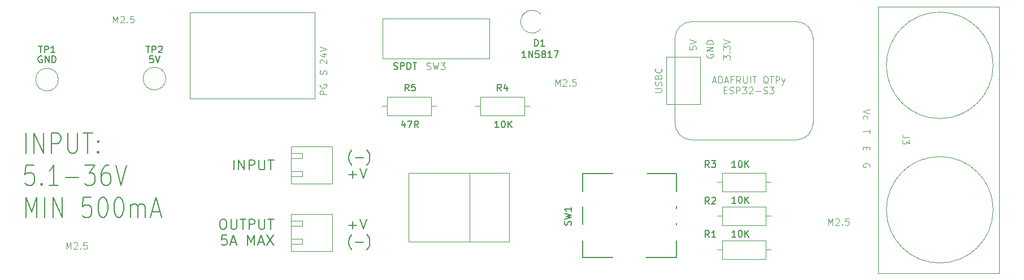
<source format=gbr>
%TF.GenerationSoftware,KiCad,Pcbnew,8.0.4*%
%TF.CreationDate,2024-09-21T18:09:02-04:00*%
%TF.ProjectId,cablight,6361626c-6967-4687-942e-6b696361645f,rev?*%
%TF.SameCoordinates,Original*%
%TF.FileFunction,Legend,Top*%
%TF.FilePolarity,Positive*%
%FSLAX46Y46*%
G04 Gerber Fmt 4.6, Leading zero omitted, Abs format (unit mm)*
G04 Created by KiCad (PCBNEW 8.0.4) date 2024-09-21 18:09:02*
%MOMM*%
%LPD*%
G01*
G04 APERTURE LIST*
%ADD10C,0.200000*%
%ADD11C,0.100000*%
%ADD12C,0.150000*%
%ADD13C,0.120000*%
%ADD14C,0.050000*%
G04 APERTURE END LIST*
D10*
X113226816Y-103047625D02*
X113226816Y-100047625D01*
X114417292Y-103047625D02*
X114417292Y-100047625D01*
X114417292Y-100047625D02*
X115845863Y-103047625D01*
X115845863Y-103047625D02*
X115845863Y-100047625D01*
X117036340Y-103047625D02*
X117036340Y-100047625D01*
X117036340Y-100047625D02*
X117988721Y-100047625D01*
X117988721Y-100047625D02*
X118226816Y-100190482D01*
X118226816Y-100190482D02*
X118345863Y-100333339D01*
X118345863Y-100333339D02*
X118464911Y-100619053D01*
X118464911Y-100619053D02*
X118464911Y-101047625D01*
X118464911Y-101047625D02*
X118345863Y-101333339D01*
X118345863Y-101333339D02*
X118226816Y-101476196D01*
X118226816Y-101476196D02*
X117988721Y-101619053D01*
X117988721Y-101619053D02*
X117036340Y-101619053D01*
X119536340Y-100047625D02*
X119536340Y-102476196D01*
X119536340Y-102476196D02*
X119655387Y-102761910D01*
X119655387Y-102761910D02*
X119774435Y-102904768D01*
X119774435Y-102904768D02*
X120012530Y-103047625D01*
X120012530Y-103047625D02*
X120488721Y-103047625D01*
X120488721Y-103047625D02*
X120726816Y-102904768D01*
X120726816Y-102904768D02*
X120845863Y-102761910D01*
X120845863Y-102761910D02*
X120964911Y-102476196D01*
X120964911Y-102476196D02*
X120964911Y-100047625D01*
X121798245Y-100047625D02*
X123226816Y-100047625D01*
X122512530Y-103047625D02*
X122512530Y-100047625D01*
X124060150Y-102761910D02*
X124179197Y-102904768D01*
X124179197Y-102904768D02*
X124060150Y-103047625D01*
X124060150Y-103047625D02*
X123941102Y-102904768D01*
X123941102Y-102904768D02*
X124060150Y-102761910D01*
X124060150Y-102761910D02*
X124060150Y-103047625D01*
X124060150Y-101190482D02*
X124179197Y-101333339D01*
X124179197Y-101333339D02*
X124060150Y-101476196D01*
X124060150Y-101476196D02*
X123941102Y-101333339D01*
X123941102Y-101333339D02*
X124060150Y-101190482D01*
X124060150Y-101190482D02*
X124060150Y-101476196D01*
X114417292Y-104877457D02*
X113226816Y-104877457D01*
X113226816Y-104877457D02*
X113107768Y-106306028D01*
X113107768Y-106306028D02*
X113226816Y-106163171D01*
X113226816Y-106163171D02*
X113464911Y-106020314D01*
X113464911Y-106020314D02*
X114060149Y-106020314D01*
X114060149Y-106020314D02*
X114298244Y-106163171D01*
X114298244Y-106163171D02*
X114417292Y-106306028D01*
X114417292Y-106306028D02*
X114536339Y-106591742D01*
X114536339Y-106591742D02*
X114536339Y-107306028D01*
X114536339Y-107306028D02*
X114417292Y-107591742D01*
X114417292Y-107591742D02*
X114298244Y-107734600D01*
X114298244Y-107734600D02*
X114060149Y-107877457D01*
X114060149Y-107877457D02*
X113464911Y-107877457D01*
X113464911Y-107877457D02*
X113226816Y-107734600D01*
X113226816Y-107734600D02*
X113107768Y-107591742D01*
X115607768Y-107591742D02*
X115726815Y-107734600D01*
X115726815Y-107734600D02*
X115607768Y-107877457D01*
X115607768Y-107877457D02*
X115488720Y-107734600D01*
X115488720Y-107734600D02*
X115607768Y-107591742D01*
X115607768Y-107591742D02*
X115607768Y-107877457D01*
X118107767Y-107877457D02*
X116679196Y-107877457D01*
X117393482Y-107877457D02*
X117393482Y-104877457D01*
X117393482Y-104877457D02*
X117155386Y-105306028D01*
X117155386Y-105306028D02*
X116917291Y-105591742D01*
X116917291Y-105591742D02*
X116679196Y-105734600D01*
X119179196Y-106734600D02*
X121083958Y-106734600D01*
X122036338Y-104877457D02*
X123583957Y-104877457D01*
X123583957Y-104877457D02*
X122750624Y-106020314D01*
X122750624Y-106020314D02*
X123107767Y-106020314D01*
X123107767Y-106020314D02*
X123345862Y-106163171D01*
X123345862Y-106163171D02*
X123464910Y-106306028D01*
X123464910Y-106306028D02*
X123583957Y-106591742D01*
X123583957Y-106591742D02*
X123583957Y-107306028D01*
X123583957Y-107306028D02*
X123464910Y-107591742D01*
X123464910Y-107591742D02*
X123345862Y-107734600D01*
X123345862Y-107734600D02*
X123107767Y-107877457D01*
X123107767Y-107877457D02*
X122393481Y-107877457D01*
X122393481Y-107877457D02*
X122155386Y-107734600D01*
X122155386Y-107734600D02*
X122036338Y-107591742D01*
X125726814Y-104877457D02*
X125250624Y-104877457D01*
X125250624Y-104877457D02*
X125012528Y-105020314D01*
X125012528Y-105020314D02*
X124893481Y-105163171D01*
X124893481Y-105163171D02*
X124655386Y-105591742D01*
X124655386Y-105591742D02*
X124536338Y-106163171D01*
X124536338Y-106163171D02*
X124536338Y-107306028D01*
X124536338Y-107306028D02*
X124655386Y-107591742D01*
X124655386Y-107591742D02*
X124774433Y-107734600D01*
X124774433Y-107734600D02*
X125012528Y-107877457D01*
X125012528Y-107877457D02*
X125488719Y-107877457D01*
X125488719Y-107877457D02*
X125726814Y-107734600D01*
X125726814Y-107734600D02*
X125845862Y-107591742D01*
X125845862Y-107591742D02*
X125964909Y-107306028D01*
X125964909Y-107306028D02*
X125964909Y-106591742D01*
X125964909Y-106591742D02*
X125845862Y-106306028D01*
X125845862Y-106306028D02*
X125726814Y-106163171D01*
X125726814Y-106163171D02*
X125488719Y-106020314D01*
X125488719Y-106020314D02*
X125012528Y-106020314D01*
X125012528Y-106020314D02*
X124774433Y-106163171D01*
X124774433Y-106163171D02*
X124655386Y-106306028D01*
X124655386Y-106306028D02*
X124536338Y-106591742D01*
X126679195Y-104877457D02*
X127512528Y-107877457D01*
X127512528Y-107877457D02*
X128345861Y-104877457D01*
X113226816Y-112707289D02*
X113226816Y-109707289D01*
X113226816Y-109707289D02*
X114060149Y-111850146D01*
X114060149Y-111850146D02*
X114893482Y-109707289D01*
X114893482Y-109707289D02*
X114893482Y-112707289D01*
X116083959Y-112707289D02*
X116083959Y-109707289D01*
X117274435Y-112707289D02*
X117274435Y-109707289D01*
X117274435Y-109707289D02*
X118703006Y-112707289D01*
X118703006Y-112707289D02*
X118703006Y-109707289D01*
X122988721Y-109707289D02*
X121798245Y-109707289D01*
X121798245Y-109707289D02*
X121679197Y-111135860D01*
X121679197Y-111135860D02*
X121798245Y-110993003D01*
X121798245Y-110993003D02*
X122036340Y-110850146D01*
X122036340Y-110850146D02*
X122631578Y-110850146D01*
X122631578Y-110850146D02*
X122869673Y-110993003D01*
X122869673Y-110993003D02*
X122988721Y-111135860D01*
X122988721Y-111135860D02*
X123107768Y-111421574D01*
X123107768Y-111421574D02*
X123107768Y-112135860D01*
X123107768Y-112135860D02*
X122988721Y-112421574D01*
X122988721Y-112421574D02*
X122869673Y-112564432D01*
X122869673Y-112564432D02*
X122631578Y-112707289D01*
X122631578Y-112707289D02*
X122036340Y-112707289D01*
X122036340Y-112707289D02*
X121798245Y-112564432D01*
X121798245Y-112564432D02*
X121679197Y-112421574D01*
X124655387Y-109707289D02*
X124893482Y-109707289D01*
X124893482Y-109707289D02*
X125131578Y-109850146D01*
X125131578Y-109850146D02*
X125250625Y-109993003D01*
X125250625Y-109993003D02*
X125369673Y-110278717D01*
X125369673Y-110278717D02*
X125488720Y-110850146D01*
X125488720Y-110850146D02*
X125488720Y-111564432D01*
X125488720Y-111564432D02*
X125369673Y-112135860D01*
X125369673Y-112135860D02*
X125250625Y-112421574D01*
X125250625Y-112421574D02*
X125131578Y-112564432D01*
X125131578Y-112564432D02*
X124893482Y-112707289D01*
X124893482Y-112707289D02*
X124655387Y-112707289D01*
X124655387Y-112707289D02*
X124417292Y-112564432D01*
X124417292Y-112564432D02*
X124298244Y-112421574D01*
X124298244Y-112421574D02*
X124179197Y-112135860D01*
X124179197Y-112135860D02*
X124060149Y-111564432D01*
X124060149Y-111564432D02*
X124060149Y-110850146D01*
X124060149Y-110850146D02*
X124179197Y-110278717D01*
X124179197Y-110278717D02*
X124298244Y-109993003D01*
X124298244Y-109993003D02*
X124417292Y-109850146D01*
X124417292Y-109850146D02*
X124655387Y-109707289D01*
X127036339Y-109707289D02*
X127274434Y-109707289D01*
X127274434Y-109707289D02*
X127512530Y-109850146D01*
X127512530Y-109850146D02*
X127631577Y-109993003D01*
X127631577Y-109993003D02*
X127750625Y-110278717D01*
X127750625Y-110278717D02*
X127869672Y-110850146D01*
X127869672Y-110850146D02*
X127869672Y-111564432D01*
X127869672Y-111564432D02*
X127750625Y-112135860D01*
X127750625Y-112135860D02*
X127631577Y-112421574D01*
X127631577Y-112421574D02*
X127512530Y-112564432D01*
X127512530Y-112564432D02*
X127274434Y-112707289D01*
X127274434Y-112707289D02*
X127036339Y-112707289D01*
X127036339Y-112707289D02*
X126798244Y-112564432D01*
X126798244Y-112564432D02*
X126679196Y-112421574D01*
X126679196Y-112421574D02*
X126560149Y-112135860D01*
X126560149Y-112135860D02*
X126441101Y-111564432D01*
X126441101Y-111564432D02*
X126441101Y-110850146D01*
X126441101Y-110850146D02*
X126560149Y-110278717D01*
X126560149Y-110278717D02*
X126679196Y-109993003D01*
X126679196Y-109993003D02*
X126798244Y-109850146D01*
X126798244Y-109850146D02*
X127036339Y-109707289D01*
X128941101Y-112707289D02*
X128941101Y-110707289D01*
X128941101Y-110993003D02*
X129060148Y-110850146D01*
X129060148Y-110850146D02*
X129298243Y-110707289D01*
X129298243Y-110707289D02*
X129655386Y-110707289D01*
X129655386Y-110707289D02*
X129893482Y-110850146D01*
X129893482Y-110850146D02*
X130012529Y-111135860D01*
X130012529Y-111135860D02*
X130012529Y-112707289D01*
X130012529Y-111135860D02*
X130131577Y-110850146D01*
X130131577Y-110850146D02*
X130369672Y-110707289D01*
X130369672Y-110707289D02*
X130726815Y-110707289D01*
X130726815Y-110707289D02*
X130964910Y-110850146D01*
X130964910Y-110850146D02*
X131083958Y-111135860D01*
X131083958Y-111135860D02*
X131083958Y-112707289D01*
X132155386Y-111850146D02*
X133345862Y-111850146D01*
X131917291Y-112707289D02*
X132750624Y-109707289D01*
X132750624Y-109707289D02*
X133583957Y-112707289D01*
X144377563Y-105563528D02*
X144377563Y-104063528D01*
X145091849Y-105563528D02*
X145091849Y-104063528D01*
X145091849Y-104063528D02*
X145948992Y-105563528D01*
X145948992Y-105563528D02*
X145948992Y-104063528D01*
X146663278Y-105563528D02*
X146663278Y-104063528D01*
X146663278Y-104063528D02*
X147234707Y-104063528D01*
X147234707Y-104063528D02*
X147377564Y-104134957D01*
X147377564Y-104134957D02*
X147448993Y-104206385D01*
X147448993Y-104206385D02*
X147520421Y-104349242D01*
X147520421Y-104349242D02*
X147520421Y-104563528D01*
X147520421Y-104563528D02*
X147448993Y-104706385D01*
X147448993Y-104706385D02*
X147377564Y-104777814D01*
X147377564Y-104777814D02*
X147234707Y-104849242D01*
X147234707Y-104849242D02*
X146663278Y-104849242D01*
X148163278Y-104063528D02*
X148163278Y-105277814D01*
X148163278Y-105277814D02*
X148234707Y-105420671D01*
X148234707Y-105420671D02*
X148306136Y-105492100D01*
X148306136Y-105492100D02*
X148448993Y-105563528D01*
X148448993Y-105563528D02*
X148734707Y-105563528D01*
X148734707Y-105563528D02*
X148877564Y-105492100D01*
X148877564Y-105492100D02*
X148948993Y-105420671D01*
X148948993Y-105420671D02*
X149020421Y-105277814D01*
X149020421Y-105277814D02*
X149020421Y-104063528D01*
X149520422Y-104063528D02*
X150377565Y-104063528D01*
X149948993Y-105563528D02*
X149948993Y-104063528D01*
D11*
X216095238Y-92226760D02*
X216571428Y-92226760D01*
X216000000Y-92512475D02*
X216333333Y-91512475D01*
X216333333Y-91512475D02*
X216666666Y-92512475D01*
X217000000Y-92512475D02*
X217000000Y-91512475D01*
X217000000Y-91512475D02*
X217238095Y-91512475D01*
X217238095Y-91512475D02*
X217380952Y-91560094D01*
X217380952Y-91560094D02*
X217476190Y-91655332D01*
X217476190Y-91655332D02*
X217523809Y-91750570D01*
X217523809Y-91750570D02*
X217571428Y-91941046D01*
X217571428Y-91941046D02*
X217571428Y-92083903D01*
X217571428Y-92083903D02*
X217523809Y-92274379D01*
X217523809Y-92274379D02*
X217476190Y-92369617D01*
X217476190Y-92369617D02*
X217380952Y-92464856D01*
X217380952Y-92464856D02*
X217238095Y-92512475D01*
X217238095Y-92512475D02*
X217000000Y-92512475D01*
X217952381Y-92226760D02*
X218428571Y-92226760D01*
X217857143Y-92512475D02*
X218190476Y-91512475D01*
X218190476Y-91512475D02*
X218523809Y-92512475D01*
X219190476Y-91988665D02*
X218857143Y-91988665D01*
X218857143Y-92512475D02*
X218857143Y-91512475D01*
X218857143Y-91512475D02*
X219333333Y-91512475D01*
X220285714Y-92512475D02*
X219952381Y-92036284D01*
X219714286Y-92512475D02*
X219714286Y-91512475D01*
X219714286Y-91512475D02*
X220095238Y-91512475D01*
X220095238Y-91512475D02*
X220190476Y-91560094D01*
X220190476Y-91560094D02*
X220238095Y-91607713D01*
X220238095Y-91607713D02*
X220285714Y-91702951D01*
X220285714Y-91702951D02*
X220285714Y-91845808D01*
X220285714Y-91845808D02*
X220238095Y-91941046D01*
X220238095Y-91941046D02*
X220190476Y-91988665D01*
X220190476Y-91988665D02*
X220095238Y-92036284D01*
X220095238Y-92036284D02*
X219714286Y-92036284D01*
X220714286Y-91512475D02*
X220714286Y-92321998D01*
X220714286Y-92321998D02*
X220761905Y-92417236D01*
X220761905Y-92417236D02*
X220809524Y-92464856D01*
X220809524Y-92464856D02*
X220904762Y-92512475D01*
X220904762Y-92512475D02*
X221095238Y-92512475D01*
X221095238Y-92512475D02*
X221190476Y-92464856D01*
X221190476Y-92464856D02*
X221238095Y-92417236D01*
X221238095Y-92417236D02*
X221285714Y-92321998D01*
X221285714Y-92321998D02*
X221285714Y-91512475D01*
X221761905Y-92512475D02*
X221761905Y-91512475D01*
X222095238Y-91512475D02*
X222666666Y-91512475D01*
X222380952Y-92512475D02*
X222380952Y-91512475D01*
X224428571Y-92607713D02*
X224333333Y-92560094D01*
X224333333Y-92560094D02*
X224238095Y-92464856D01*
X224238095Y-92464856D02*
X224095238Y-92321998D01*
X224095238Y-92321998D02*
X224000000Y-92274379D01*
X224000000Y-92274379D02*
X223904762Y-92274379D01*
X223952381Y-92512475D02*
X223857143Y-92464856D01*
X223857143Y-92464856D02*
X223761905Y-92369617D01*
X223761905Y-92369617D02*
X223714286Y-92179141D01*
X223714286Y-92179141D02*
X223714286Y-91845808D01*
X223714286Y-91845808D02*
X223761905Y-91655332D01*
X223761905Y-91655332D02*
X223857143Y-91560094D01*
X223857143Y-91560094D02*
X223952381Y-91512475D01*
X223952381Y-91512475D02*
X224142857Y-91512475D01*
X224142857Y-91512475D02*
X224238095Y-91560094D01*
X224238095Y-91560094D02*
X224333333Y-91655332D01*
X224333333Y-91655332D02*
X224380952Y-91845808D01*
X224380952Y-91845808D02*
X224380952Y-92179141D01*
X224380952Y-92179141D02*
X224333333Y-92369617D01*
X224333333Y-92369617D02*
X224238095Y-92464856D01*
X224238095Y-92464856D02*
X224142857Y-92512475D01*
X224142857Y-92512475D02*
X223952381Y-92512475D01*
X224666667Y-91512475D02*
X225238095Y-91512475D01*
X224952381Y-92512475D02*
X224952381Y-91512475D01*
X225571429Y-92512475D02*
X225571429Y-91512475D01*
X225571429Y-91512475D02*
X225952381Y-91512475D01*
X225952381Y-91512475D02*
X226047619Y-91560094D01*
X226047619Y-91560094D02*
X226095238Y-91607713D01*
X226095238Y-91607713D02*
X226142857Y-91702951D01*
X226142857Y-91702951D02*
X226142857Y-91845808D01*
X226142857Y-91845808D02*
X226095238Y-91941046D01*
X226095238Y-91941046D02*
X226047619Y-91988665D01*
X226047619Y-91988665D02*
X225952381Y-92036284D01*
X225952381Y-92036284D02*
X225571429Y-92036284D01*
X226476191Y-91845808D02*
X226714286Y-92512475D01*
X226952381Y-91845808D02*
X226714286Y-92512475D01*
X226714286Y-92512475D02*
X226619048Y-92750570D01*
X226619048Y-92750570D02*
X226571429Y-92798189D01*
X226571429Y-92798189D02*
X226476191Y-92845808D01*
X217785714Y-93598609D02*
X218119047Y-93598609D01*
X218261904Y-94122419D02*
X217785714Y-94122419D01*
X217785714Y-94122419D02*
X217785714Y-93122419D01*
X217785714Y-93122419D02*
X218261904Y-93122419D01*
X218642857Y-94074800D02*
X218785714Y-94122419D01*
X218785714Y-94122419D02*
X219023809Y-94122419D01*
X219023809Y-94122419D02*
X219119047Y-94074800D01*
X219119047Y-94074800D02*
X219166666Y-94027180D01*
X219166666Y-94027180D02*
X219214285Y-93931942D01*
X219214285Y-93931942D02*
X219214285Y-93836704D01*
X219214285Y-93836704D02*
X219166666Y-93741466D01*
X219166666Y-93741466D02*
X219119047Y-93693847D01*
X219119047Y-93693847D02*
X219023809Y-93646228D01*
X219023809Y-93646228D02*
X218833333Y-93598609D01*
X218833333Y-93598609D02*
X218738095Y-93550990D01*
X218738095Y-93550990D02*
X218690476Y-93503371D01*
X218690476Y-93503371D02*
X218642857Y-93408133D01*
X218642857Y-93408133D02*
X218642857Y-93312895D01*
X218642857Y-93312895D02*
X218690476Y-93217657D01*
X218690476Y-93217657D02*
X218738095Y-93170038D01*
X218738095Y-93170038D02*
X218833333Y-93122419D01*
X218833333Y-93122419D02*
X219071428Y-93122419D01*
X219071428Y-93122419D02*
X219214285Y-93170038D01*
X219642857Y-94122419D02*
X219642857Y-93122419D01*
X219642857Y-93122419D02*
X220023809Y-93122419D01*
X220023809Y-93122419D02*
X220119047Y-93170038D01*
X220119047Y-93170038D02*
X220166666Y-93217657D01*
X220166666Y-93217657D02*
X220214285Y-93312895D01*
X220214285Y-93312895D02*
X220214285Y-93455752D01*
X220214285Y-93455752D02*
X220166666Y-93550990D01*
X220166666Y-93550990D02*
X220119047Y-93598609D01*
X220119047Y-93598609D02*
X220023809Y-93646228D01*
X220023809Y-93646228D02*
X219642857Y-93646228D01*
X220547619Y-93122419D02*
X221166666Y-93122419D01*
X221166666Y-93122419D02*
X220833333Y-93503371D01*
X220833333Y-93503371D02*
X220976190Y-93503371D01*
X220976190Y-93503371D02*
X221071428Y-93550990D01*
X221071428Y-93550990D02*
X221119047Y-93598609D01*
X221119047Y-93598609D02*
X221166666Y-93693847D01*
X221166666Y-93693847D02*
X221166666Y-93931942D01*
X221166666Y-93931942D02*
X221119047Y-94027180D01*
X221119047Y-94027180D02*
X221071428Y-94074800D01*
X221071428Y-94074800D02*
X220976190Y-94122419D01*
X220976190Y-94122419D02*
X220690476Y-94122419D01*
X220690476Y-94122419D02*
X220595238Y-94074800D01*
X220595238Y-94074800D02*
X220547619Y-94027180D01*
X221547619Y-93217657D02*
X221595238Y-93170038D01*
X221595238Y-93170038D02*
X221690476Y-93122419D01*
X221690476Y-93122419D02*
X221928571Y-93122419D01*
X221928571Y-93122419D02*
X222023809Y-93170038D01*
X222023809Y-93170038D02*
X222071428Y-93217657D01*
X222071428Y-93217657D02*
X222119047Y-93312895D01*
X222119047Y-93312895D02*
X222119047Y-93408133D01*
X222119047Y-93408133D02*
X222071428Y-93550990D01*
X222071428Y-93550990D02*
X221500000Y-94122419D01*
X221500000Y-94122419D02*
X222119047Y-94122419D01*
X222547619Y-93741466D02*
X223309524Y-93741466D01*
X223738095Y-94074800D02*
X223880952Y-94122419D01*
X223880952Y-94122419D02*
X224119047Y-94122419D01*
X224119047Y-94122419D02*
X224214285Y-94074800D01*
X224214285Y-94074800D02*
X224261904Y-94027180D01*
X224261904Y-94027180D02*
X224309523Y-93931942D01*
X224309523Y-93931942D02*
X224309523Y-93836704D01*
X224309523Y-93836704D02*
X224261904Y-93741466D01*
X224261904Y-93741466D02*
X224214285Y-93693847D01*
X224214285Y-93693847D02*
X224119047Y-93646228D01*
X224119047Y-93646228D02*
X223928571Y-93598609D01*
X223928571Y-93598609D02*
X223833333Y-93550990D01*
X223833333Y-93550990D02*
X223785714Y-93503371D01*
X223785714Y-93503371D02*
X223738095Y-93408133D01*
X223738095Y-93408133D02*
X223738095Y-93312895D01*
X223738095Y-93312895D02*
X223785714Y-93217657D01*
X223785714Y-93217657D02*
X223833333Y-93170038D01*
X223833333Y-93170038D02*
X223928571Y-93122419D01*
X223928571Y-93122419D02*
X224166666Y-93122419D01*
X224166666Y-93122419D02*
X224309523Y-93170038D01*
X224642857Y-93122419D02*
X225261904Y-93122419D01*
X225261904Y-93122419D02*
X224928571Y-93503371D01*
X224928571Y-93503371D02*
X225071428Y-93503371D01*
X225071428Y-93503371D02*
X225166666Y-93550990D01*
X225166666Y-93550990D02*
X225214285Y-93598609D01*
X225214285Y-93598609D02*
X225261904Y-93693847D01*
X225261904Y-93693847D02*
X225261904Y-93931942D01*
X225261904Y-93931942D02*
X225214285Y-94027180D01*
X225214285Y-94027180D02*
X225166666Y-94074800D01*
X225166666Y-94074800D02*
X225071428Y-94122419D01*
X225071428Y-94122419D02*
X224785714Y-94122419D01*
X224785714Y-94122419D02*
X224690476Y-94074800D01*
X224690476Y-94074800D02*
X224642857Y-94027180D01*
D10*
X142663278Y-112976070D02*
X142948992Y-112976070D01*
X142948992Y-112976070D02*
X143091849Y-113047499D01*
X143091849Y-113047499D02*
X143234706Y-113190356D01*
X143234706Y-113190356D02*
X143306135Y-113476070D01*
X143306135Y-113476070D02*
X143306135Y-113976070D01*
X143306135Y-113976070D02*
X143234706Y-114261784D01*
X143234706Y-114261784D02*
X143091849Y-114404642D01*
X143091849Y-114404642D02*
X142948992Y-114476070D01*
X142948992Y-114476070D02*
X142663278Y-114476070D01*
X142663278Y-114476070D02*
X142520421Y-114404642D01*
X142520421Y-114404642D02*
X142377563Y-114261784D01*
X142377563Y-114261784D02*
X142306135Y-113976070D01*
X142306135Y-113976070D02*
X142306135Y-113476070D01*
X142306135Y-113476070D02*
X142377563Y-113190356D01*
X142377563Y-113190356D02*
X142520421Y-113047499D01*
X142520421Y-113047499D02*
X142663278Y-112976070D01*
X143948992Y-112976070D02*
X143948992Y-114190356D01*
X143948992Y-114190356D02*
X144020421Y-114333213D01*
X144020421Y-114333213D02*
X144091850Y-114404642D01*
X144091850Y-114404642D02*
X144234707Y-114476070D01*
X144234707Y-114476070D02*
X144520421Y-114476070D01*
X144520421Y-114476070D02*
X144663278Y-114404642D01*
X144663278Y-114404642D02*
X144734707Y-114333213D01*
X144734707Y-114333213D02*
X144806135Y-114190356D01*
X144806135Y-114190356D02*
X144806135Y-112976070D01*
X145306136Y-112976070D02*
X146163279Y-112976070D01*
X145734707Y-114476070D02*
X145734707Y-112976070D01*
X146663278Y-114476070D02*
X146663278Y-112976070D01*
X146663278Y-112976070D02*
X147234707Y-112976070D01*
X147234707Y-112976070D02*
X147377564Y-113047499D01*
X147377564Y-113047499D02*
X147448993Y-113118927D01*
X147448993Y-113118927D02*
X147520421Y-113261784D01*
X147520421Y-113261784D02*
X147520421Y-113476070D01*
X147520421Y-113476070D02*
X147448993Y-113618927D01*
X147448993Y-113618927D02*
X147377564Y-113690356D01*
X147377564Y-113690356D02*
X147234707Y-113761784D01*
X147234707Y-113761784D02*
X146663278Y-113761784D01*
X148163278Y-112976070D02*
X148163278Y-114190356D01*
X148163278Y-114190356D02*
X148234707Y-114333213D01*
X148234707Y-114333213D02*
X148306136Y-114404642D01*
X148306136Y-114404642D02*
X148448993Y-114476070D01*
X148448993Y-114476070D02*
X148734707Y-114476070D01*
X148734707Y-114476070D02*
X148877564Y-114404642D01*
X148877564Y-114404642D02*
X148948993Y-114333213D01*
X148948993Y-114333213D02*
X149020421Y-114190356D01*
X149020421Y-114190356D02*
X149020421Y-112976070D01*
X149520422Y-112976070D02*
X150377565Y-112976070D01*
X149948993Y-114476070D02*
X149948993Y-112976070D01*
X143306137Y-115390986D02*
X142591851Y-115390986D01*
X142591851Y-115390986D02*
X142520423Y-116105272D01*
X142520423Y-116105272D02*
X142591851Y-116033843D01*
X142591851Y-116033843D02*
X142734709Y-115962415D01*
X142734709Y-115962415D02*
X143091851Y-115962415D01*
X143091851Y-115962415D02*
X143234709Y-116033843D01*
X143234709Y-116033843D02*
X143306137Y-116105272D01*
X143306137Y-116105272D02*
X143377566Y-116248129D01*
X143377566Y-116248129D02*
X143377566Y-116605272D01*
X143377566Y-116605272D02*
X143306137Y-116748129D01*
X143306137Y-116748129D02*
X143234709Y-116819558D01*
X143234709Y-116819558D02*
X143091851Y-116890986D01*
X143091851Y-116890986D02*
X142734709Y-116890986D01*
X142734709Y-116890986D02*
X142591851Y-116819558D01*
X142591851Y-116819558D02*
X142520423Y-116748129D01*
X143948994Y-116462415D02*
X144663280Y-116462415D01*
X143806137Y-116890986D02*
X144306137Y-115390986D01*
X144306137Y-115390986D02*
X144806137Y-116890986D01*
X146448993Y-116890986D02*
X146448993Y-115390986D01*
X146448993Y-115390986D02*
X146948993Y-116462415D01*
X146948993Y-116462415D02*
X147448993Y-115390986D01*
X147448993Y-115390986D02*
X147448993Y-116890986D01*
X148091851Y-116462415D02*
X148806137Y-116462415D01*
X147948994Y-116890986D02*
X148448994Y-115390986D01*
X148448994Y-115390986D02*
X148948994Y-116890986D01*
X149306136Y-115390986D02*
X150306136Y-116890986D01*
X150306136Y-115390986D02*
X149306136Y-116890986D01*
X161620720Y-113882100D02*
X162763578Y-113882100D01*
X162192149Y-114453528D02*
X162192149Y-113310671D01*
X163263578Y-112953528D02*
X163763578Y-114453528D01*
X163763578Y-114453528D02*
X164263578Y-112953528D01*
X162049292Y-104864957D02*
X161977863Y-104793528D01*
X161977863Y-104793528D02*
X161835006Y-104579242D01*
X161835006Y-104579242D02*
X161763578Y-104436385D01*
X161763578Y-104436385D02*
X161692149Y-104222100D01*
X161692149Y-104222100D02*
X161620720Y-103864957D01*
X161620720Y-103864957D02*
X161620720Y-103579242D01*
X161620720Y-103579242D02*
X161692149Y-103222100D01*
X161692149Y-103222100D02*
X161763578Y-103007814D01*
X161763578Y-103007814D02*
X161835006Y-102864957D01*
X161835006Y-102864957D02*
X161977863Y-102650671D01*
X161977863Y-102650671D02*
X162049292Y-102579242D01*
X162620720Y-103722100D02*
X163763578Y-103722100D01*
X164335006Y-104864957D02*
X164406435Y-104793528D01*
X164406435Y-104793528D02*
X164549292Y-104579242D01*
X164549292Y-104579242D02*
X164620721Y-104436385D01*
X164620721Y-104436385D02*
X164692149Y-104222100D01*
X164692149Y-104222100D02*
X164763578Y-103864957D01*
X164763578Y-103864957D02*
X164763578Y-103579242D01*
X164763578Y-103579242D02*
X164692149Y-103222100D01*
X164692149Y-103222100D02*
X164620721Y-103007814D01*
X164620721Y-103007814D02*
X164549292Y-102864957D01*
X164549292Y-102864957D02*
X164406435Y-102650671D01*
X164406435Y-102650671D02*
X164335006Y-102579242D01*
X161620720Y-106262100D02*
X162763578Y-106262100D01*
X162192149Y-106833528D02*
X162192149Y-105690671D01*
X163263578Y-105333528D02*
X163763578Y-106833528D01*
X163763578Y-106833528D02*
X164263578Y-105333528D01*
X162049292Y-117564957D02*
X161977863Y-117493528D01*
X161977863Y-117493528D02*
X161835006Y-117279242D01*
X161835006Y-117279242D02*
X161763578Y-117136385D01*
X161763578Y-117136385D02*
X161692149Y-116922100D01*
X161692149Y-116922100D02*
X161620720Y-116564957D01*
X161620720Y-116564957D02*
X161620720Y-116279242D01*
X161620720Y-116279242D02*
X161692149Y-115922100D01*
X161692149Y-115922100D02*
X161763578Y-115707814D01*
X161763578Y-115707814D02*
X161835006Y-115564957D01*
X161835006Y-115564957D02*
X161977863Y-115350671D01*
X161977863Y-115350671D02*
X162049292Y-115279242D01*
X162620720Y-116422100D02*
X163763578Y-116422100D01*
X164335006Y-117564957D02*
X164406435Y-117493528D01*
X164406435Y-117493528D02*
X164549292Y-117279242D01*
X164549292Y-117279242D02*
X164620721Y-117136385D01*
X164620721Y-117136385D02*
X164692149Y-116922100D01*
X164692149Y-116922100D02*
X164763578Y-116564957D01*
X164763578Y-116564957D02*
X164763578Y-116279242D01*
X164763578Y-116279242D02*
X164692149Y-115922100D01*
X164692149Y-115922100D02*
X164620721Y-115707814D01*
X164620721Y-115707814D02*
X164549292Y-115564957D01*
X164549292Y-115564957D02*
X164406435Y-115350671D01*
X164406435Y-115350671D02*
X164335006Y-115279242D01*
D12*
X215615333Y-115704819D02*
X215282000Y-115228628D01*
X215043905Y-115704819D02*
X215043905Y-114704819D01*
X215043905Y-114704819D02*
X215424857Y-114704819D01*
X215424857Y-114704819D02*
X215520095Y-114752438D01*
X215520095Y-114752438D02*
X215567714Y-114800057D01*
X215567714Y-114800057D02*
X215615333Y-114895295D01*
X215615333Y-114895295D02*
X215615333Y-115038152D01*
X215615333Y-115038152D02*
X215567714Y-115133390D01*
X215567714Y-115133390D02*
X215520095Y-115181009D01*
X215520095Y-115181009D02*
X215424857Y-115228628D01*
X215424857Y-115228628D02*
X215043905Y-115228628D01*
X216567714Y-115704819D02*
X215996286Y-115704819D01*
X216282000Y-115704819D02*
X216282000Y-114704819D01*
X216282000Y-114704819D02*
X216186762Y-114847676D01*
X216186762Y-114847676D02*
X216091524Y-114942914D01*
X216091524Y-114942914D02*
X215996286Y-114990533D01*
X219591523Y-115664819D02*
X219020095Y-115664819D01*
X219305809Y-115664819D02*
X219305809Y-114664819D01*
X219305809Y-114664819D02*
X219210571Y-114807676D01*
X219210571Y-114807676D02*
X219115333Y-114902914D01*
X219115333Y-114902914D02*
X219020095Y-114950533D01*
X220210571Y-114664819D02*
X220305809Y-114664819D01*
X220305809Y-114664819D02*
X220401047Y-114712438D01*
X220401047Y-114712438D02*
X220448666Y-114760057D01*
X220448666Y-114760057D02*
X220496285Y-114855295D01*
X220496285Y-114855295D02*
X220543904Y-115045771D01*
X220543904Y-115045771D02*
X220543904Y-115283866D01*
X220543904Y-115283866D02*
X220496285Y-115474342D01*
X220496285Y-115474342D02*
X220448666Y-115569580D01*
X220448666Y-115569580D02*
X220401047Y-115617200D01*
X220401047Y-115617200D02*
X220305809Y-115664819D01*
X220305809Y-115664819D02*
X220210571Y-115664819D01*
X220210571Y-115664819D02*
X220115333Y-115617200D01*
X220115333Y-115617200D02*
X220067714Y-115569580D01*
X220067714Y-115569580D02*
X220020095Y-115474342D01*
X220020095Y-115474342D02*
X219972476Y-115283866D01*
X219972476Y-115283866D02*
X219972476Y-115045771D01*
X219972476Y-115045771D02*
X220020095Y-114855295D01*
X220020095Y-114855295D02*
X220067714Y-114760057D01*
X220067714Y-114760057D02*
X220115333Y-114712438D01*
X220115333Y-114712438D02*
X220210571Y-114664819D01*
X220972476Y-115664819D02*
X220972476Y-114664819D01*
X221543904Y-115664819D02*
X221115333Y-115093390D01*
X221543904Y-114664819D02*
X220972476Y-115236247D01*
X184460333Y-93704819D02*
X184127000Y-93228628D01*
X183888905Y-93704819D02*
X183888905Y-92704819D01*
X183888905Y-92704819D02*
X184269857Y-92704819D01*
X184269857Y-92704819D02*
X184365095Y-92752438D01*
X184365095Y-92752438D02*
X184412714Y-92800057D01*
X184412714Y-92800057D02*
X184460333Y-92895295D01*
X184460333Y-92895295D02*
X184460333Y-93038152D01*
X184460333Y-93038152D02*
X184412714Y-93133390D01*
X184412714Y-93133390D02*
X184365095Y-93181009D01*
X184365095Y-93181009D02*
X184269857Y-93228628D01*
X184269857Y-93228628D02*
X183888905Y-93228628D01*
X185317476Y-93038152D02*
X185317476Y-93704819D01*
X185079381Y-92657200D02*
X184841286Y-93371485D01*
X184841286Y-93371485D02*
X185460333Y-93371485D01*
X184091523Y-99204819D02*
X183520095Y-99204819D01*
X183805809Y-99204819D02*
X183805809Y-98204819D01*
X183805809Y-98204819D02*
X183710571Y-98347676D01*
X183710571Y-98347676D02*
X183615333Y-98442914D01*
X183615333Y-98442914D02*
X183520095Y-98490533D01*
X184710571Y-98204819D02*
X184805809Y-98204819D01*
X184805809Y-98204819D02*
X184901047Y-98252438D01*
X184901047Y-98252438D02*
X184948666Y-98300057D01*
X184948666Y-98300057D02*
X184996285Y-98395295D01*
X184996285Y-98395295D02*
X185043904Y-98585771D01*
X185043904Y-98585771D02*
X185043904Y-98823866D01*
X185043904Y-98823866D02*
X184996285Y-99014342D01*
X184996285Y-99014342D02*
X184948666Y-99109580D01*
X184948666Y-99109580D02*
X184901047Y-99157200D01*
X184901047Y-99157200D02*
X184805809Y-99204819D01*
X184805809Y-99204819D02*
X184710571Y-99204819D01*
X184710571Y-99204819D02*
X184615333Y-99157200D01*
X184615333Y-99157200D02*
X184567714Y-99109580D01*
X184567714Y-99109580D02*
X184520095Y-99014342D01*
X184520095Y-99014342D02*
X184472476Y-98823866D01*
X184472476Y-98823866D02*
X184472476Y-98585771D01*
X184472476Y-98585771D02*
X184520095Y-98395295D01*
X184520095Y-98395295D02*
X184567714Y-98300057D01*
X184567714Y-98300057D02*
X184615333Y-98252438D01*
X184615333Y-98252438D02*
X184710571Y-98204819D01*
X185472476Y-99204819D02*
X185472476Y-98204819D01*
X186043904Y-99204819D02*
X185615333Y-98633390D01*
X186043904Y-98204819D02*
X185472476Y-98776247D01*
D11*
X217739419Y-88991026D02*
X217739419Y-88371979D01*
X217739419Y-88371979D02*
X218120371Y-88705312D01*
X218120371Y-88705312D02*
X218120371Y-88562455D01*
X218120371Y-88562455D02*
X218167990Y-88467217D01*
X218167990Y-88467217D02*
X218215609Y-88419598D01*
X218215609Y-88419598D02*
X218310847Y-88371979D01*
X218310847Y-88371979D02*
X218548942Y-88371979D01*
X218548942Y-88371979D02*
X218644180Y-88419598D01*
X218644180Y-88419598D02*
X218691800Y-88467217D01*
X218691800Y-88467217D02*
X218739419Y-88562455D01*
X218739419Y-88562455D02*
X218739419Y-88848169D01*
X218739419Y-88848169D02*
X218691800Y-88943407D01*
X218691800Y-88943407D02*
X218644180Y-88991026D01*
X218644180Y-87943407D02*
X218691800Y-87895788D01*
X218691800Y-87895788D02*
X218739419Y-87943407D01*
X218739419Y-87943407D02*
X218691800Y-87991026D01*
X218691800Y-87991026D02*
X218644180Y-87943407D01*
X218644180Y-87943407D02*
X218739419Y-87943407D01*
X217739419Y-87562455D02*
X217739419Y-86943408D01*
X217739419Y-86943408D02*
X218120371Y-87276741D01*
X218120371Y-87276741D02*
X218120371Y-87133884D01*
X218120371Y-87133884D02*
X218167990Y-87038646D01*
X218167990Y-87038646D02*
X218215609Y-86991027D01*
X218215609Y-86991027D02*
X218310847Y-86943408D01*
X218310847Y-86943408D02*
X218548942Y-86943408D01*
X218548942Y-86943408D02*
X218644180Y-86991027D01*
X218644180Y-86991027D02*
X218691800Y-87038646D01*
X218691800Y-87038646D02*
X218739419Y-87133884D01*
X218739419Y-87133884D02*
X218739419Y-87419598D01*
X218739419Y-87419598D02*
X218691800Y-87514836D01*
X218691800Y-87514836D02*
X218644180Y-87562455D01*
X217739419Y-86657693D02*
X218739419Y-86324360D01*
X218739419Y-86324360D02*
X217739419Y-85991027D01*
X215247038Y-88181503D02*
X215199419Y-88276741D01*
X215199419Y-88276741D02*
X215199419Y-88419598D01*
X215199419Y-88419598D02*
X215247038Y-88562455D01*
X215247038Y-88562455D02*
X215342276Y-88657693D01*
X215342276Y-88657693D02*
X215437514Y-88705312D01*
X215437514Y-88705312D02*
X215627990Y-88752931D01*
X215627990Y-88752931D02*
X215770847Y-88752931D01*
X215770847Y-88752931D02*
X215961323Y-88705312D01*
X215961323Y-88705312D02*
X216056561Y-88657693D01*
X216056561Y-88657693D02*
X216151800Y-88562455D01*
X216151800Y-88562455D02*
X216199419Y-88419598D01*
X216199419Y-88419598D02*
X216199419Y-88324360D01*
X216199419Y-88324360D02*
X216151800Y-88181503D01*
X216151800Y-88181503D02*
X216104180Y-88133884D01*
X216104180Y-88133884D02*
X215770847Y-88133884D01*
X215770847Y-88133884D02*
X215770847Y-88324360D01*
X216199419Y-87705312D02*
X215199419Y-87705312D01*
X215199419Y-87705312D02*
X216199419Y-87133884D01*
X216199419Y-87133884D02*
X215199419Y-87133884D01*
X216199419Y-86657693D02*
X215199419Y-86657693D01*
X215199419Y-86657693D02*
X215199419Y-86419598D01*
X215199419Y-86419598D02*
X215247038Y-86276741D01*
X215247038Y-86276741D02*
X215342276Y-86181503D01*
X215342276Y-86181503D02*
X215437514Y-86133884D01*
X215437514Y-86133884D02*
X215627990Y-86086265D01*
X215627990Y-86086265D02*
X215770847Y-86086265D01*
X215770847Y-86086265D02*
X215961323Y-86133884D01*
X215961323Y-86133884D02*
X216056561Y-86181503D01*
X216056561Y-86181503D02*
X216151800Y-86276741D01*
X216151800Y-86276741D02*
X216199419Y-86419598D01*
X216199419Y-86419598D02*
X216199419Y-86657693D01*
X207502419Y-93908115D02*
X208311942Y-93908115D01*
X208311942Y-93908115D02*
X208407180Y-93860496D01*
X208407180Y-93860496D02*
X208454800Y-93812877D01*
X208454800Y-93812877D02*
X208502419Y-93717639D01*
X208502419Y-93717639D02*
X208502419Y-93527163D01*
X208502419Y-93527163D02*
X208454800Y-93431925D01*
X208454800Y-93431925D02*
X208407180Y-93384306D01*
X208407180Y-93384306D02*
X208311942Y-93336687D01*
X208311942Y-93336687D02*
X207502419Y-93336687D01*
X208454800Y-92908115D02*
X208502419Y-92765258D01*
X208502419Y-92765258D02*
X208502419Y-92527163D01*
X208502419Y-92527163D02*
X208454800Y-92431925D01*
X208454800Y-92431925D02*
X208407180Y-92384306D01*
X208407180Y-92384306D02*
X208311942Y-92336687D01*
X208311942Y-92336687D02*
X208216704Y-92336687D01*
X208216704Y-92336687D02*
X208121466Y-92384306D01*
X208121466Y-92384306D02*
X208073847Y-92431925D01*
X208073847Y-92431925D02*
X208026228Y-92527163D01*
X208026228Y-92527163D02*
X207978609Y-92717639D01*
X207978609Y-92717639D02*
X207930990Y-92812877D01*
X207930990Y-92812877D02*
X207883371Y-92860496D01*
X207883371Y-92860496D02*
X207788133Y-92908115D01*
X207788133Y-92908115D02*
X207692895Y-92908115D01*
X207692895Y-92908115D02*
X207597657Y-92860496D01*
X207597657Y-92860496D02*
X207550038Y-92812877D01*
X207550038Y-92812877D02*
X207502419Y-92717639D01*
X207502419Y-92717639D02*
X207502419Y-92479544D01*
X207502419Y-92479544D02*
X207550038Y-92336687D01*
X207978609Y-91574782D02*
X208026228Y-91431925D01*
X208026228Y-91431925D02*
X208073847Y-91384306D01*
X208073847Y-91384306D02*
X208169085Y-91336687D01*
X208169085Y-91336687D02*
X208311942Y-91336687D01*
X208311942Y-91336687D02*
X208407180Y-91384306D01*
X208407180Y-91384306D02*
X208454800Y-91431925D01*
X208454800Y-91431925D02*
X208502419Y-91527163D01*
X208502419Y-91527163D02*
X208502419Y-91908115D01*
X208502419Y-91908115D02*
X207502419Y-91908115D01*
X207502419Y-91908115D02*
X207502419Y-91574782D01*
X207502419Y-91574782D02*
X207550038Y-91479544D01*
X207550038Y-91479544D02*
X207597657Y-91431925D01*
X207597657Y-91431925D02*
X207692895Y-91384306D01*
X207692895Y-91384306D02*
X207788133Y-91384306D01*
X207788133Y-91384306D02*
X207883371Y-91431925D01*
X207883371Y-91431925D02*
X207930990Y-91479544D01*
X207930990Y-91479544D02*
X207978609Y-91574782D01*
X207978609Y-91574782D02*
X207978609Y-91908115D01*
X208407180Y-90336687D02*
X208454800Y-90384306D01*
X208454800Y-90384306D02*
X208502419Y-90527163D01*
X208502419Y-90527163D02*
X208502419Y-90622401D01*
X208502419Y-90622401D02*
X208454800Y-90765258D01*
X208454800Y-90765258D02*
X208359561Y-90860496D01*
X208359561Y-90860496D02*
X208264323Y-90908115D01*
X208264323Y-90908115D02*
X208073847Y-90955734D01*
X208073847Y-90955734D02*
X207930990Y-90955734D01*
X207930990Y-90955734D02*
X207740514Y-90908115D01*
X207740514Y-90908115D02*
X207645276Y-90860496D01*
X207645276Y-90860496D02*
X207550038Y-90765258D01*
X207550038Y-90765258D02*
X207502419Y-90622401D01*
X207502419Y-90622401D02*
X207502419Y-90527163D01*
X207502419Y-90527163D02*
X207550038Y-90384306D01*
X207550038Y-90384306D02*
X207597657Y-90336687D01*
X212659419Y-86991027D02*
X212659419Y-87467217D01*
X212659419Y-87467217D02*
X213135609Y-87514836D01*
X213135609Y-87514836D02*
X213087990Y-87467217D01*
X213087990Y-87467217D02*
X213040371Y-87371979D01*
X213040371Y-87371979D02*
X213040371Y-87133884D01*
X213040371Y-87133884D02*
X213087990Y-87038646D01*
X213087990Y-87038646D02*
X213135609Y-86991027D01*
X213135609Y-86991027D02*
X213230847Y-86943408D01*
X213230847Y-86943408D02*
X213468942Y-86943408D01*
X213468942Y-86943408D02*
X213564180Y-86991027D01*
X213564180Y-86991027D02*
X213611800Y-87038646D01*
X213611800Y-87038646D02*
X213659419Y-87133884D01*
X213659419Y-87133884D02*
X213659419Y-87371979D01*
X213659419Y-87371979D02*
X213611800Y-87467217D01*
X213611800Y-87467217D02*
X213564180Y-87514836D01*
X212659419Y-86657693D02*
X213659419Y-86324360D01*
X213659419Y-86324360D02*
X212659419Y-85991027D01*
D12*
X131238095Y-86954819D02*
X131809523Y-86954819D01*
X131523809Y-87954819D02*
X131523809Y-86954819D01*
X132142857Y-87954819D02*
X132142857Y-86954819D01*
X132142857Y-86954819D02*
X132523809Y-86954819D01*
X132523809Y-86954819D02*
X132619047Y-87002438D01*
X132619047Y-87002438D02*
X132666666Y-87050057D01*
X132666666Y-87050057D02*
X132714285Y-87145295D01*
X132714285Y-87145295D02*
X132714285Y-87288152D01*
X132714285Y-87288152D02*
X132666666Y-87383390D01*
X132666666Y-87383390D02*
X132619047Y-87431009D01*
X132619047Y-87431009D02*
X132523809Y-87478628D01*
X132523809Y-87478628D02*
X132142857Y-87478628D01*
X133095238Y-87050057D02*
X133142857Y-87002438D01*
X133142857Y-87002438D02*
X133238095Y-86954819D01*
X133238095Y-86954819D02*
X133476190Y-86954819D01*
X133476190Y-86954819D02*
X133571428Y-87002438D01*
X133571428Y-87002438D02*
X133619047Y-87050057D01*
X133619047Y-87050057D02*
X133666666Y-87145295D01*
X133666666Y-87145295D02*
X133666666Y-87240533D01*
X133666666Y-87240533D02*
X133619047Y-87383390D01*
X133619047Y-87383390D02*
X133047619Y-87954819D01*
X133047619Y-87954819D02*
X133666666Y-87954819D01*
X132309523Y-88454819D02*
X131833333Y-88454819D01*
X131833333Y-88454819D02*
X131785714Y-88931009D01*
X131785714Y-88931009D02*
X131833333Y-88883390D01*
X131833333Y-88883390D02*
X131928571Y-88835771D01*
X131928571Y-88835771D02*
X132166666Y-88835771D01*
X132166666Y-88835771D02*
X132261904Y-88883390D01*
X132261904Y-88883390D02*
X132309523Y-88931009D01*
X132309523Y-88931009D02*
X132357142Y-89026247D01*
X132357142Y-89026247D02*
X132357142Y-89264342D01*
X132357142Y-89264342D02*
X132309523Y-89359580D01*
X132309523Y-89359580D02*
X132261904Y-89407200D01*
X132261904Y-89407200D02*
X132166666Y-89454819D01*
X132166666Y-89454819D02*
X131928571Y-89454819D01*
X131928571Y-89454819D02*
X131833333Y-89407200D01*
X131833333Y-89407200D02*
X131785714Y-89359580D01*
X132642857Y-88454819D02*
X132976190Y-89454819D01*
X132976190Y-89454819D02*
X133309523Y-88454819D01*
X194869200Y-113870839D02*
X194916819Y-113727982D01*
X194916819Y-113727982D02*
X194916819Y-113489887D01*
X194916819Y-113489887D02*
X194869200Y-113394649D01*
X194869200Y-113394649D02*
X194821580Y-113347030D01*
X194821580Y-113347030D02*
X194726342Y-113299411D01*
X194726342Y-113299411D02*
X194631104Y-113299411D01*
X194631104Y-113299411D02*
X194535866Y-113347030D01*
X194535866Y-113347030D02*
X194488247Y-113394649D01*
X194488247Y-113394649D02*
X194440628Y-113489887D01*
X194440628Y-113489887D02*
X194393009Y-113680363D01*
X194393009Y-113680363D02*
X194345390Y-113775601D01*
X194345390Y-113775601D02*
X194297771Y-113823220D01*
X194297771Y-113823220D02*
X194202533Y-113870839D01*
X194202533Y-113870839D02*
X194107295Y-113870839D01*
X194107295Y-113870839D02*
X194012057Y-113823220D01*
X194012057Y-113823220D02*
X193964438Y-113775601D01*
X193964438Y-113775601D02*
X193916819Y-113680363D01*
X193916819Y-113680363D02*
X193916819Y-113442268D01*
X193916819Y-113442268D02*
X193964438Y-113299411D01*
X193916819Y-112966077D02*
X194916819Y-112727982D01*
X194916819Y-112727982D02*
X194202533Y-112537506D01*
X194202533Y-112537506D02*
X194916819Y-112347030D01*
X194916819Y-112347030D02*
X193916819Y-112108935D01*
X194916819Y-111204173D02*
X194916819Y-111775601D01*
X194916819Y-111489887D02*
X193916819Y-111489887D01*
X193916819Y-111489887D02*
X194059676Y-111585125D01*
X194059676Y-111585125D02*
X194154914Y-111680363D01*
X194154914Y-111680363D02*
X194202533Y-111775601D01*
D11*
X233436191Y-113872419D02*
X233436191Y-112872419D01*
X233436191Y-112872419D02*
X233769524Y-113586704D01*
X233769524Y-113586704D02*
X234102857Y-112872419D01*
X234102857Y-112872419D02*
X234102857Y-113872419D01*
X234531429Y-112967657D02*
X234579048Y-112920038D01*
X234579048Y-112920038D02*
X234674286Y-112872419D01*
X234674286Y-112872419D02*
X234912381Y-112872419D01*
X234912381Y-112872419D02*
X235007619Y-112920038D01*
X235007619Y-112920038D02*
X235055238Y-112967657D01*
X235055238Y-112967657D02*
X235102857Y-113062895D01*
X235102857Y-113062895D02*
X235102857Y-113158133D01*
X235102857Y-113158133D02*
X235055238Y-113300990D01*
X235055238Y-113300990D02*
X234483810Y-113872419D01*
X234483810Y-113872419D02*
X235102857Y-113872419D01*
X235531429Y-113777180D02*
X235579048Y-113824800D01*
X235579048Y-113824800D02*
X235531429Y-113872419D01*
X235531429Y-113872419D02*
X235483810Y-113824800D01*
X235483810Y-113824800D02*
X235531429Y-113777180D01*
X235531429Y-113777180D02*
X235531429Y-113872419D01*
X236483809Y-112872419D02*
X236007619Y-112872419D01*
X236007619Y-112872419D02*
X235960000Y-113348609D01*
X235960000Y-113348609D02*
X236007619Y-113300990D01*
X236007619Y-113300990D02*
X236102857Y-113253371D01*
X236102857Y-113253371D02*
X236340952Y-113253371D01*
X236340952Y-113253371D02*
X236436190Y-113300990D01*
X236436190Y-113300990D02*
X236483809Y-113348609D01*
X236483809Y-113348609D02*
X236531428Y-113443847D01*
X236531428Y-113443847D02*
X236531428Y-113681942D01*
X236531428Y-113681942D02*
X236483809Y-113777180D01*
X236483809Y-113777180D02*
X236436190Y-113824800D01*
X236436190Y-113824800D02*
X236340952Y-113872419D01*
X236340952Y-113872419D02*
X236102857Y-113872419D01*
X236102857Y-113872419D02*
X236007619Y-113824800D01*
X236007619Y-113824800D02*
X235960000Y-113777180D01*
X119303884Y-117457419D02*
X119303884Y-116457419D01*
X119303884Y-116457419D02*
X119637217Y-117171704D01*
X119637217Y-117171704D02*
X119970550Y-116457419D01*
X119970550Y-116457419D02*
X119970550Y-117457419D01*
X120399122Y-116552657D02*
X120446741Y-116505038D01*
X120446741Y-116505038D02*
X120541979Y-116457419D01*
X120541979Y-116457419D02*
X120780074Y-116457419D01*
X120780074Y-116457419D02*
X120875312Y-116505038D01*
X120875312Y-116505038D02*
X120922931Y-116552657D01*
X120922931Y-116552657D02*
X120970550Y-116647895D01*
X120970550Y-116647895D02*
X120970550Y-116743133D01*
X120970550Y-116743133D02*
X120922931Y-116885990D01*
X120922931Y-116885990D02*
X120351503Y-117457419D01*
X120351503Y-117457419D02*
X120970550Y-117457419D01*
X121399122Y-117362180D02*
X121446741Y-117409800D01*
X121446741Y-117409800D02*
X121399122Y-117457419D01*
X121399122Y-117457419D02*
X121351503Y-117409800D01*
X121351503Y-117409800D02*
X121399122Y-117362180D01*
X121399122Y-117362180D02*
X121399122Y-117457419D01*
X122351502Y-116457419D02*
X121875312Y-116457419D01*
X121875312Y-116457419D02*
X121827693Y-116933609D01*
X121827693Y-116933609D02*
X121875312Y-116885990D01*
X121875312Y-116885990D02*
X121970550Y-116838371D01*
X121970550Y-116838371D02*
X122208645Y-116838371D01*
X122208645Y-116838371D02*
X122303883Y-116885990D01*
X122303883Y-116885990D02*
X122351502Y-116933609D01*
X122351502Y-116933609D02*
X122399121Y-117028847D01*
X122399121Y-117028847D02*
X122399121Y-117266942D01*
X122399121Y-117266942D02*
X122351502Y-117362180D01*
X122351502Y-117362180D02*
X122303883Y-117409800D01*
X122303883Y-117409800D02*
X122208645Y-117457419D01*
X122208645Y-117457419D02*
X121970550Y-117457419D01*
X121970550Y-117457419D02*
X121875312Y-117409800D01*
X121875312Y-117409800D02*
X121827693Y-117362180D01*
X192570497Y-92957419D02*
X192570497Y-91957419D01*
X192570497Y-91957419D02*
X192903830Y-92671704D01*
X192903830Y-92671704D02*
X193237163Y-91957419D01*
X193237163Y-91957419D02*
X193237163Y-92957419D01*
X193665735Y-92052657D02*
X193713354Y-92005038D01*
X193713354Y-92005038D02*
X193808592Y-91957419D01*
X193808592Y-91957419D02*
X194046687Y-91957419D01*
X194046687Y-91957419D02*
X194141925Y-92005038D01*
X194141925Y-92005038D02*
X194189544Y-92052657D01*
X194189544Y-92052657D02*
X194237163Y-92147895D01*
X194237163Y-92147895D02*
X194237163Y-92243133D01*
X194237163Y-92243133D02*
X194189544Y-92385990D01*
X194189544Y-92385990D02*
X193618116Y-92957419D01*
X193618116Y-92957419D02*
X194237163Y-92957419D01*
X194665735Y-92862180D02*
X194713354Y-92909800D01*
X194713354Y-92909800D02*
X194665735Y-92957419D01*
X194665735Y-92957419D02*
X194618116Y-92909800D01*
X194618116Y-92909800D02*
X194665735Y-92862180D01*
X194665735Y-92862180D02*
X194665735Y-92957419D01*
X195618115Y-91957419D02*
X195141925Y-91957419D01*
X195141925Y-91957419D02*
X195094306Y-92433609D01*
X195094306Y-92433609D02*
X195141925Y-92385990D01*
X195141925Y-92385990D02*
X195237163Y-92338371D01*
X195237163Y-92338371D02*
X195475258Y-92338371D01*
X195475258Y-92338371D02*
X195570496Y-92385990D01*
X195570496Y-92385990D02*
X195618115Y-92433609D01*
X195618115Y-92433609D02*
X195665734Y-92528847D01*
X195665734Y-92528847D02*
X195665734Y-92766942D01*
X195665734Y-92766942D02*
X195618115Y-92862180D01*
X195618115Y-92862180D02*
X195570496Y-92909800D01*
X195570496Y-92909800D02*
X195475258Y-92957419D01*
X195475258Y-92957419D02*
X195237163Y-92957419D01*
X195237163Y-92957419D02*
X195141925Y-92909800D01*
X195141925Y-92909800D02*
X195094306Y-92862180D01*
D12*
X215615333Y-110704819D02*
X215282000Y-110228628D01*
X215043905Y-110704819D02*
X215043905Y-109704819D01*
X215043905Y-109704819D02*
X215424857Y-109704819D01*
X215424857Y-109704819D02*
X215520095Y-109752438D01*
X215520095Y-109752438D02*
X215567714Y-109800057D01*
X215567714Y-109800057D02*
X215615333Y-109895295D01*
X215615333Y-109895295D02*
X215615333Y-110038152D01*
X215615333Y-110038152D02*
X215567714Y-110133390D01*
X215567714Y-110133390D02*
X215520095Y-110181009D01*
X215520095Y-110181009D02*
X215424857Y-110228628D01*
X215424857Y-110228628D02*
X215043905Y-110228628D01*
X215996286Y-109800057D02*
X216043905Y-109752438D01*
X216043905Y-109752438D02*
X216139143Y-109704819D01*
X216139143Y-109704819D02*
X216377238Y-109704819D01*
X216377238Y-109704819D02*
X216472476Y-109752438D01*
X216472476Y-109752438D02*
X216520095Y-109800057D01*
X216520095Y-109800057D02*
X216567714Y-109895295D01*
X216567714Y-109895295D02*
X216567714Y-109990533D01*
X216567714Y-109990533D02*
X216520095Y-110133390D01*
X216520095Y-110133390D02*
X215948667Y-110704819D01*
X215948667Y-110704819D02*
X216567714Y-110704819D01*
X219591523Y-110584819D02*
X219020095Y-110584819D01*
X219305809Y-110584819D02*
X219305809Y-109584819D01*
X219305809Y-109584819D02*
X219210571Y-109727676D01*
X219210571Y-109727676D02*
X219115333Y-109822914D01*
X219115333Y-109822914D02*
X219020095Y-109870533D01*
X220210571Y-109584819D02*
X220305809Y-109584819D01*
X220305809Y-109584819D02*
X220401047Y-109632438D01*
X220401047Y-109632438D02*
X220448666Y-109680057D01*
X220448666Y-109680057D02*
X220496285Y-109775295D01*
X220496285Y-109775295D02*
X220543904Y-109965771D01*
X220543904Y-109965771D02*
X220543904Y-110203866D01*
X220543904Y-110203866D02*
X220496285Y-110394342D01*
X220496285Y-110394342D02*
X220448666Y-110489580D01*
X220448666Y-110489580D02*
X220401047Y-110537200D01*
X220401047Y-110537200D02*
X220305809Y-110584819D01*
X220305809Y-110584819D02*
X220210571Y-110584819D01*
X220210571Y-110584819D02*
X220115333Y-110537200D01*
X220115333Y-110537200D02*
X220067714Y-110489580D01*
X220067714Y-110489580D02*
X220020095Y-110394342D01*
X220020095Y-110394342D02*
X219972476Y-110203866D01*
X219972476Y-110203866D02*
X219972476Y-109965771D01*
X219972476Y-109965771D02*
X220020095Y-109775295D01*
X220020095Y-109775295D02*
X220067714Y-109680057D01*
X220067714Y-109680057D02*
X220115333Y-109632438D01*
X220115333Y-109632438D02*
X220210571Y-109584819D01*
X220972476Y-110584819D02*
X220972476Y-109584819D01*
X221543904Y-110584819D02*
X221115333Y-110013390D01*
X221543904Y-109584819D02*
X220972476Y-110156247D01*
D11*
X245542580Y-100666666D02*
X244828295Y-100666666D01*
X244828295Y-100666666D02*
X244685438Y-100619047D01*
X244685438Y-100619047D02*
X244590200Y-100523809D01*
X244590200Y-100523809D02*
X244542580Y-100380952D01*
X244542580Y-100380952D02*
X244542580Y-100285714D01*
X245542580Y-101047619D02*
X245542580Y-101666666D01*
X245542580Y-101666666D02*
X245161628Y-101333333D01*
X245161628Y-101333333D02*
X245161628Y-101476190D01*
X245161628Y-101476190D02*
X245114009Y-101571428D01*
X245114009Y-101571428D02*
X245066390Y-101619047D01*
X245066390Y-101619047D02*
X244971152Y-101666666D01*
X244971152Y-101666666D02*
X244733057Y-101666666D01*
X244733057Y-101666666D02*
X244637819Y-101619047D01*
X244637819Y-101619047D02*
X244590200Y-101571428D01*
X244590200Y-101571428D02*
X244542580Y-101476190D01*
X244542580Y-101476190D02*
X244542580Y-101190476D01*
X244542580Y-101190476D02*
X244590200Y-101095238D01*
X244590200Y-101095238D02*
X244637819Y-101047619D01*
X239652580Y-96498095D02*
X238652580Y-96831428D01*
X238652580Y-96831428D02*
X239652580Y-97164761D01*
X238700200Y-97926666D02*
X238652580Y-97831428D01*
X238652580Y-97831428D02*
X238652580Y-97640952D01*
X238652580Y-97640952D02*
X238700200Y-97545714D01*
X238700200Y-97545714D02*
X238747819Y-97498095D01*
X238747819Y-97498095D02*
X238843057Y-97450476D01*
X238843057Y-97450476D02*
X239128771Y-97450476D01*
X239128771Y-97450476D02*
X239224009Y-97498095D01*
X239224009Y-97498095D02*
X239271628Y-97545714D01*
X239271628Y-97545714D02*
X239319247Y-97640952D01*
X239319247Y-97640952D02*
X239319247Y-97831428D01*
X239319247Y-97831428D02*
X239271628Y-97926666D01*
X239176390Y-102125714D02*
X239176390Y-102459047D01*
X238652580Y-102601904D02*
X238652580Y-102125714D01*
X238652580Y-102125714D02*
X239652580Y-102125714D01*
X239652580Y-102125714D02*
X239652580Y-102601904D01*
X239652580Y-99514286D02*
X239652580Y-100085714D01*
X238652580Y-99800000D02*
X239652580Y-99800000D01*
X239604961Y-105141904D02*
X239652580Y-105046666D01*
X239652580Y-105046666D02*
X239652580Y-104903809D01*
X239652580Y-104903809D02*
X239604961Y-104760952D01*
X239604961Y-104760952D02*
X239509723Y-104665714D01*
X239509723Y-104665714D02*
X239414485Y-104618095D01*
X239414485Y-104618095D02*
X239224009Y-104570476D01*
X239224009Y-104570476D02*
X239081152Y-104570476D01*
X239081152Y-104570476D02*
X238890676Y-104618095D01*
X238890676Y-104618095D02*
X238795438Y-104665714D01*
X238795438Y-104665714D02*
X238700200Y-104760952D01*
X238700200Y-104760952D02*
X238652580Y-104903809D01*
X238652580Y-104903809D02*
X238652580Y-104999047D01*
X238652580Y-104999047D02*
X238700200Y-105141904D01*
X238700200Y-105141904D02*
X238747819Y-105189523D01*
X238747819Y-105189523D02*
X239081152Y-105189523D01*
X239081152Y-105189523D02*
X239081152Y-104999047D01*
X158287419Y-94211904D02*
X157287419Y-94211904D01*
X157287419Y-94211904D02*
X157287419Y-93830952D01*
X157287419Y-93830952D02*
X157335038Y-93735714D01*
X157335038Y-93735714D02*
X157382657Y-93688095D01*
X157382657Y-93688095D02*
X157477895Y-93640476D01*
X157477895Y-93640476D02*
X157620752Y-93640476D01*
X157620752Y-93640476D02*
X157715990Y-93688095D01*
X157715990Y-93688095D02*
X157763609Y-93735714D01*
X157763609Y-93735714D02*
X157811228Y-93830952D01*
X157811228Y-93830952D02*
X157811228Y-94211904D01*
X157335038Y-92688095D02*
X157287419Y-92783333D01*
X157287419Y-92783333D02*
X157287419Y-92926190D01*
X157287419Y-92926190D02*
X157335038Y-93069047D01*
X157335038Y-93069047D02*
X157430276Y-93164285D01*
X157430276Y-93164285D02*
X157525514Y-93211904D01*
X157525514Y-93211904D02*
X157715990Y-93259523D01*
X157715990Y-93259523D02*
X157858847Y-93259523D01*
X157858847Y-93259523D02*
X158049323Y-93211904D01*
X158049323Y-93211904D02*
X158144561Y-93164285D01*
X158144561Y-93164285D02*
X158239800Y-93069047D01*
X158239800Y-93069047D02*
X158287419Y-92926190D01*
X158287419Y-92926190D02*
X158287419Y-92830952D01*
X158287419Y-92830952D02*
X158239800Y-92688095D01*
X158239800Y-92688095D02*
X158192180Y-92640476D01*
X158192180Y-92640476D02*
X157858847Y-92640476D01*
X157858847Y-92640476D02*
X157858847Y-92830952D01*
X158239800Y-91195713D02*
X158287419Y-91052856D01*
X158287419Y-91052856D02*
X158287419Y-90814761D01*
X158287419Y-90814761D02*
X158239800Y-90719523D01*
X158239800Y-90719523D02*
X158192180Y-90671904D01*
X158192180Y-90671904D02*
X158096942Y-90624285D01*
X158096942Y-90624285D02*
X158001704Y-90624285D01*
X158001704Y-90624285D02*
X157906466Y-90671904D01*
X157906466Y-90671904D02*
X157858847Y-90719523D01*
X157858847Y-90719523D02*
X157811228Y-90814761D01*
X157811228Y-90814761D02*
X157763609Y-91005237D01*
X157763609Y-91005237D02*
X157715990Y-91100475D01*
X157715990Y-91100475D02*
X157668371Y-91148094D01*
X157668371Y-91148094D02*
X157573133Y-91195713D01*
X157573133Y-91195713D02*
X157477895Y-91195713D01*
X157477895Y-91195713D02*
X157382657Y-91148094D01*
X157382657Y-91148094D02*
X157335038Y-91100475D01*
X157335038Y-91100475D02*
X157287419Y-91005237D01*
X157287419Y-91005237D02*
X157287419Y-90767142D01*
X157287419Y-90767142D02*
X157335038Y-90624285D01*
X157382657Y-89560475D02*
X157335038Y-89512856D01*
X157335038Y-89512856D02*
X157287419Y-89417618D01*
X157287419Y-89417618D02*
X157287419Y-89179523D01*
X157287419Y-89179523D02*
X157335038Y-89084285D01*
X157335038Y-89084285D02*
X157382657Y-89036666D01*
X157382657Y-89036666D02*
X157477895Y-88989047D01*
X157477895Y-88989047D02*
X157573133Y-88989047D01*
X157573133Y-88989047D02*
X157715990Y-89036666D01*
X157715990Y-89036666D02*
X158287419Y-89608094D01*
X158287419Y-89608094D02*
X158287419Y-88989047D01*
X157620752Y-88131904D02*
X158287419Y-88131904D01*
X157239800Y-88369999D02*
X157954085Y-88608094D01*
X157954085Y-88608094D02*
X157954085Y-87989047D01*
X157287419Y-87750951D02*
X158287419Y-87417618D01*
X158287419Y-87417618D02*
X157287419Y-87084285D01*
D12*
X189433905Y-86954819D02*
X189433905Y-85954819D01*
X189433905Y-85954819D02*
X189672000Y-85954819D01*
X189672000Y-85954819D02*
X189814857Y-86002438D01*
X189814857Y-86002438D02*
X189910095Y-86097676D01*
X189910095Y-86097676D02*
X189957714Y-86192914D01*
X189957714Y-86192914D02*
X190005333Y-86383390D01*
X190005333Y-86383390D02*
X190005333Y-86526247D01*
X190005333Y-86526247D02*
X189957714Y-86716723D01*
X189957714Y-86716723D02*
X189910095Y-86811961D01*
X189910095Y-86811961D02*
X189814857Y-86907200D01*
X189814857Y-86907200D02*
X189672000Y-86954819D01*
X189672000Y-86954819D02*
X189433905Y-86954819D01*
X190957714Y-86954819D02*
X190386286Y-86954819D01*
X190672000Y-86954819D02*
X190672000Y-85954819D01*
X190672000Y-85954819D02*
X190576762Y-86097676D01*
X190576762Y-86097676D02*
X190481524Y-86192914D01*
X190481524Y-86192914D02*
X190386286Y-86240533D01*
X188139142Y-88704819D02*
X187567714Y-88704819D01*
X187853428Y-88704819D02*
X187853428Y-87704819D01*
X187853428Y-87704819D02*
X187758190Y-87847676D01*
X187758190Y-87847676D02*
X187662952Y-87942914D01*
X187662952Y-87942914D02*
X187567714Y-87990533D01*
X188567714Y-88704819D02*
X188567714Y-87704819D01*
X188567714Y-87704819D02*
X189139142Y-88704819D01*
X189139142Y-88704819D02*
X189139142Y-87704819D01*
X190091523Y-87704819D02*
X189615333Y-87704819D01*
X189615333Y-87704819D02*
X189567714Y-88181009D01*
X189567714Y-88181009D02*
X189615333Y-88133390D01*
X189615333Y-88133390D02*
X189710571Y-88085771D01*
X189710571Y-88085771D02*
X189948666Y-88085771D01*
X189948666Y-88085771D02*
X190043904Y-88133390D01*
X190043904Y-88133390D02*
X190091523Y-88181009D01*
X190091523Y-88181009D02*
X190139142Y-88276247D01*
X190139142Y-88276247D02*
X190139142Y-88514342D01*
X190139142Y-88514342D02*
X190091523Y-88609580D01*
X190091523Y-88609580D02*
X190043904Y-88657200D01*
X190043904Y-88657200D02*
X189948666Y-88704819D01*
X189948666Y-88704819D02*
X189710571Y-88704819D01*
X189710571Y-88704819D02*
X189615333Y-88657200D01*
X189615333Y-88657200D02*
X189567714Y-88609580D01*
X190710571Y-88133390D02*
X190615333Y-88085771D01*
X190615333Y-88085771D02*
X190567714Y-88038152D01*
X190567714Y-88038152D02*
X190520095Y-87942914D01*
X190520095Y-87942914D02*
X190520095Y-87895295D01*
X190520095Y-87895295D02*
X190567714Y-87800057D01*
X190567714Y-87800057D02*
X190615333Y-87752438D01*
X190615333Y-87752438D02*
X190710571Y-87704819D01*
X190710571Y-87704819D02*
X190901047Y-87704819D01*
X190901047Y-87704819D02*
X190996285Y-87752438D01*
X190996285Y-87752438D02*
X191043904Y-87800057D01*
X191043904Y-87800057D02*
X191091523Y-87895295D01*
X191091523Y-87895295D02*
X191091523Y-87942914D01*
X191091523Y-87942914D02*
X191043904Y-88038152D01*
X191043904Y-88038152D02*
X190996285Y-88085771D01*
X190996285Y-88085771D02*
X190901047Y-88133390D01*
X190901047Y-88133390D02*
X190710571Y-88133390D01*
X190710571Y-88133390D02*
X190615333Y-88181009D01*
X190615333Y-88181009D02*
X190567714Y-88228628D01*
X190567714Y-88228628D02*
X190520095Y-88323866D01*
X190520095Y-88323866D02*
X190520095Y-88514342D01*
X190520095Y-88514342D02*
X190567714Y-88609580D01*
X190567714Y-88609580D02*
X190615333Y-88657200D01*
X190615333Y-88657200D02*
X190710571Y-88704819D01*
X190710571Y-88704819D02*
X190901047Y-88704819D01*
X190901047Y-88704819D02*
X190996285Y-88657200D01*
X190996285Y-88657200D02*
X191043904Y-88609580D01*
X191043904Y-88609580D02*
X191091523Y-88514342D01*
X191091523Y-88514342D02*
X191091523Y-88323866D01*
X191091523Y-88323866D02*
X191043904Y-88228628D01*
X191043904Y-88228628D02*
X190996285Y-88181009D01*
X190996285Y-88181009D02*
X190901047Y-88133390D01*
X192043904Y-88704819D02*
X191472476Y-88704819D01*
X191758190Y-88704819D02*
X191758190Y-87704819D01*
X191758190Y-87704819D02*
X191662952Y-87847676D01*
X191662952Y-87847676D02*
X191567714Y-87942914D01*
X191567714Y-87942914D02*
X191472476Y-87990533D01*
X192377238Y-87704819D02*
X193043904Y-87704819D01*
X193043904Y-87704819D02*
X192615333Y-88704819D01*
X115135095Y-86954819D02*
X115706523Y-86954819D01*
X115420809Y-87954819D02*
X115420809Y-86954819D01*
X116039857Y-87954819D02*
X116039857Y-86954819D01*
X116039857Y-86954819D02*
X116420809Y-86954819D01*
X116420809Y-86954819D02*
X116516047Y-87002438D01*
X116516047Y-87002438D02*
X116563666Y-87050057D01*
X116563666Y-87050057D02*
X116611285Y-87145295D01*
X116611285Y-87145295D02*
X116611285Y-87288152D01*
X116611285Y-87288152D02*
X116563666Y-87383390D01*
X116563666Y-87383390D02*
X116516047Y-87431009D01*
X116516047Y-87431009D02*
X116420809Y-87478628D01*
X116420809Y-87478628D02*
X116039857Y-87478628D01*
X117563666Y-87954819D02*
X116992238Y-87954819D01*
X117277952Y-87954819D02*
X117277952Y-86954819D01*
X117277952Y-86954819D02*
X117182714Y-87097676D01*
X117182714Y-87097676D02*
X117087476Y-87192914D01*
X117087476Y-87192914D02*
X116992238Y-87240533D01*
X115635095Y-88502438D02*
X115539857Y-88454819D01*
X115539857Y-88454819D02*
X115397000Y-88454819D01*
X115397000Y-88454819D02*
X115254143Y-88502438D01*
X115254143Y-88502438D02*
X115158905Y-88597676D01*
X115158905Y-88597676D02*
X115111286Y-88692914D01*
X115111286Y-88692914D02*
X115063667Y-88883390D01*
X115063667Y-88883390D02*
X115063667Y-89026247D01*
X115063667Y-89026247D02*
X115111286Y-89216723D01*
X115111286Y-89216723D02*
X115158905Y-89311961D01*
X115158905Y-89311961D02*
X115254143Y-89407200D01*
X115254143Y-89407200D02*
X115397000Y-89454819D01*
X115397000Y-89454819D02*
X115492238Y-89454819D01*
X115492238Y-89454819D02*
X115635095Y-89407200D01*
X115635095Y-89407200D02*
X115682714Y-89359580D01*
X115682714Y-89359580D02*
X115682714Y-89026247D01*
X115682714Y-89026247D02*
X115492238Y-89026247D01*
X116111286Y-89454819D02*
X116111286Y-88454819D01*
X116111286Y-88454819D02*
X116682714Y-89454819D01*
X116682714Y-89454819D02*
X116682714Y-88454819D01*
X117158905Y-89454819D02*
X117158905Y-88454819D01*
X117158905Y-88454819D02*
X117397000Y-88454819D01*
X117397000Y-88454819D02*
X117539857Y-88502438D01*
X117539857Y-88502438D02*
X117635095Y-88597676D01*
X117635095Y-88597676D02*
X117682714Y-88692914D01*
X117682714Y-88692914D02*
X117730333Y-88883390D01*
X117730333Y-88883390D02*
X117730333Y-89026247D01*
X117730333Y-89026247D02*
X117682714Y-89216723D01*
X117682714Y-89216723D02*
X117635095Y-89311961D01*
X117635095Y-89311961D02*
X117539857Y-89407200D01*
X117539857Y-89407200D02*
X117397000Y-89454819D01*
X117397000Y-89454819D02*
X117158905Y-89454819D01*
D11*
X173308667Y-90419800D02*
X173451524Y-90467419D01*
X173451524Y-90467419D02*
X173689619Y-90467419D01*
X173689619Y-90467419D02*
X173784857Y-90419800D01*
X173784857Y-90419800D02*
X173832476Y-90372180D01*
X173832476Y-90372180D02*
X173880095Y-90276942D01*
X173880095Y-90276942D02*
X173880095Y-90181704D01*
X173880095Y-90181704D02*
X173832476Y-90086466D01*
X173832476Y-90086466D02*
X173784857Y-90038847D01*
X173784857Y-90038847D02*
X173689619Y-89991228D01*
X173689619Y-89991228D02*
X173499143Y-89943609D01*
X173499143Y-89943609D02*
X173403905Y-89895990D01*
X173403905Y-89895990D02*
X173356286Y-89848371D01*
X173356286Y-89848371D02*
X173308667Y-89753133D01*
X173308667Y-89753133D02*
X173308667Y-89657895D01*
X173308667Y-89657895D02*
X173356286Y-89562657D01*
X173356286Y-89562657D02*
X173403905Y-89515038D01*
X173403905Y-89515038D02*
X173499143Y-89467419D01*
X173499143Y-89467419D02*
X173737238Y-89467419D01*
X173737238Y-89467419D02*
X173880095Y-89515038D01*
X174213429Y-89467419D02*
X174451524Y-90467419D01*
X174451524Y-90467419D02*
X174642000Y-89753133D01*
X174642000Y-89753133D02*
X174832476Y-90467419D01*
X174832476Y-90467419D02*
X175070572Y-89467419D01*
X175356286Y-89467419D02*
X175975333Y-89467419D01*
X175975333Y-89467419D02*
X175642000Y-89848371D01*
X175642000Y-89848371D02*
X175784857Y-89848371D01*
X175784857Y-89848371D02*
X175880095Y-89895990D01*
X175880095Y-89895990D02*
X175927714Y-89943609D01*
X175927714Y-89943609D02*
X175975333Y-90038847D01*
X175975333Y-90038847D02*
X175975333Y-90276942D01*
X175975333Y-90276942D02*
X175927714Y-90372180D01*
X175927714Y-90372180D02*
X175880095Y-90419800D01*
X175880095Y-90419800D02*
X175784857Y-90467419D01*
X175784857Y-90467419D02*
X175499143Y-90467419D01*
X175499143Y-90467419D02*
X175403905Y-90419800D01*
X175403905Y-90419800D02*
X175356286Y-90372180D01*
D12*
X168353333Y-90417200D02*
X168496190Y-90464819D01*
X168496190Y-90464819D02*
X168734285Y-90464819D01*
X168734285Y-90464819D02*
X168829523Y-90417200D01*
X168829523Y-90417200D02*
X168877142Y-90369580D01*
X168877142Y-90369580D02*
X168924761Y-90274342D01*
X168924761Y-90274342D02*
X168924761Y-90179104D01*
X168924761Y-90179104D02*
X168877142Y-90083866D01*
X168877142Y-90083866D02*
X168829523Y-90036247D01*
X168829523Y-90036247D02*
X168734285Y-89988628D01*
X168734285Y-89988628D02*
X168543809Y-89941009D01*
X168543809Y-89941009D02*
X168448571Y-89893390D01*
X168448571Y-89893390D02*
X168400952Y-89845771D01*
X168400952Y-89845771D02*
X168353333Y-89750533D01*
X168353333Y-89750533D02*
X168353333Y-89655295D01*
X168353333Y-89655295D02*
X168400952Y-89560057D01*
X168400952Y-89560057D02*
X168448571Y-89512438D01*
X168448571Y-89512438D02*
X168543809Y-89464819D01*
X168543809Y-89464819D02*
X168781904Y-89464819D01*
X168781904Y-89464819D02*
X168924761Y-89512438D01*
X169353333Y-90464819D02*
X169353333Y-89464819D01*
X169353333Y-89464819D02*
X169734285Y-89464819D01*
X169734285Y-89464819D02*
X169829523Y-89512438D01*
X169829523Y-89512438D02*
X169877142Y-89560057D01*
X169877142Y-89560057D02*
X169924761Y-89655295D01*
X169924761Y-89655295D02*
X169924761Y-89798152D01*
X169924761Y-89798152D02*
X169877142Y-89893390D01*
X169877142Y-89893390D02*
X169829523Y-89941009D01*
X169829523Y-89941009D02*
X169734285Y-89988628D01*
X169734285Y-89988628D02*
X169353333Y-89988628D01*
X170353333Y-90464819D02*
X170353333Y-89464819D01*
X170353333Y-89464819D02*
X170591428Y-89464819D01*
X170591428Y-89464819D02*
X170734285Y-89512438D01*
X170734285Y-89512438D02*
X170829523Y-89607676D01*
X170829523Y-89607676D02*
X170877142Y-89702914D01*
X170877142Y-89702914D02*
X170924761Y-89893390D01*
X170924761Y-89893390D02*
X170924761Y-90036247D01*
X170924761Y-90036247D02*
X170877142Y-90226723D01*
X170877142Y-90226723D02*
X170829523Y-90321961D01*
X170829523Y-90321961D02*
X170734285Y-90417200D01*
X170734285Y-90417200D02*
X170591428Y-90464819D01*
X170591428Y-90464819D02*
X170353333Y-90464819D01*
X171210476Y-89464819D02*
X171781904Y-89464819D01*
X171496190Y-90464819D02*
X171496190Y-89464819D01*
X169996285Y-98538152D02*
X169996285Y-99204819D01*
X169758190Y-98157200D02*
X169520095Y-98871485D01*
X169520095Y-98871485D02*
X170139142Y-98871485D01*
X170424857Y-98204819D02*
X171091523Y-98204819D01*
X171091523Y-98204819D02*
X170662952Y-99204819D01*
X172043904Y-99204819D02*
X171710571Y-98728628D01*
X171472476Y-99204819D02*
X171472476Y-98204819D01*
X171472476Y-98204819D02*
X171853428Y-98204819D01*
X171853428Y-98204819D02*
X171948666Y-98252438D01*
X171948666Y-98252438D02*
X171996285Y-98300057D01*
X171996285Y-98300057D02*
X172043904Y-98395295D01*
X172043904Y-98395295D02*
X172043904Y-98538152D01*
X172043904Y-98538152D02*
X171996285Y-98633390D01*
X171996285Y-98633390D02*
X171948666Y-98681009D01*
X171948666Y-98681009D02*
X171853428Y-98728628D01*
X171853428Y-98728628D02*
X171472476Y-98728628D01*
X170615333Y-93704819D02*
X170282000Y-93228628D01*
X170043905Y-93704819D02*
X170043905Y-92704819D01*
X170043905Y-92704819D02*
X170424857Y-92704819D01*
X170424857Y-92704819D02*
X170520095Y-92752438D01*
X170520095Y-92752438D02*
X170567714Y-92800057D01*
X170567714Y-92800057D02*
X170615333Y-92895295D01*
X170615333Y-92895295D02*
X170615333Y-93038152D01*
X170615333Y-93038152D02*
X170567714Y-93133390D01*
X170567714Y-93133390D02*
X170520095Y-93181009D01*
X170520095Y-93181009D02*
X170424857Y-93228628D01*
X170424857Y-93228628D02*
X170043905Y-93228628D01*
X171520095Y-92704819D02*
X171043905Y-92704819D01*
X171043905Y-92704819D02*
X170996286Y-93181009D01*
X170996286Y-93181009D02*
X171043905Y-93133390D01*
X171043905Y-93133390D02*
X171139143Y-93085771D01*
X171139143Y-93085771D02*
X171377238Y-93085771D01*
X171377238Y-93085771D02*
X171472476Y-93133390D01*
X171472476Y-93133390D02*
X171520095Y-93181009D01*
X171520095Y-93181009D02*
X171567714Y-93276247D01*
X171567714Y-93276247D02*
X171567714Y-93514342D01*
X171567714Y-93514342D02*
X171520095Y-93609580D01*
X171520095Y-93609580D02*
X171472476Y-93657200D01*
X171472476Y-93657200D02*
X171377238Y-93704819D01*
X171377238Y-93704819D02*
X171139143Y-93704819D01*
X171139143Y-93704819D02*
X171043905Y-93657200D01*
X171043905Y-93657200D02*
X170996286Y-93609580D01*
D11*
X126303884Y-83457419D02*
X126303884Y-82457419D01*
X126303884Y-82457419D02*
X126637217Y-83171704D01*
X126637217Y-83171704D02*
X126970550Y-82457419D01*
X126970550Y-82457419D02*
X126970550Y-83457419D01*
X127399122Y-82552657D02*
X127446741Y-82505038D01*
X127446741Y-82505038D02*
X127541979Y-82457419D01*
X127541979Y-82457419D02*
X127780074Y-82457419D01*
X127780074Y-82457419D02*
X127875312Y-82505038D01*
X127875312Y-82505038D02*
X127922931Y-82552657D01*
X127922931Y-82552657D02*
X127970550Y-82647895D01*
X127970550Y-82647895D02*
X127970550Y-82743133D01*
X127970550Y-82743133D02*
X127922931Y-82885990D01*
X127922931Y-82885990D02*
X127351503Y-83457419D01*
X127351503Y-83457419D02*
X127970550Y-83457419D01*
X128399122Y-83362180D02*
X128446741Y-83409800D01*
X128446741Y-83409800D02*
X128399122Y-83457419D01*
X128399122Y-83457419D02*
X128351503Y-83409800D01*
X128351503Y-83409800D02*
X128399122Y-83362180D01*
X128399122Y-83362180D02*
X128399122Y-83457419D01*
X129351502Y-82457419D02*
X128875312Y-82457419D01*
X128875312Y-82457419D02*
X128827693Y-82933609D01*
X128827693Y-82933609D02*
X128875312Y-82885990D01*
X128875312Y-82885990D02*
X128970550Y-82838371D01*
X128970550Y-82838371D02*
X129208645Y-82838371D01*
X129208645Y-82838371D02*
X129303883Y-82885990D01*
X129303883Y-82885990D02*
X129351502Y-82933609D01*
X129351502Y-82933609D02*
X129399121Y-83028847D01*
X129399121Y-83028847D02*
X129399121Y-83266942D01*
X129399121Y-83266942D02*
X129351502Y-83362180D01*
X129351502Y-83362180D02*
X129303883Y-83409800D01*
X129303883Y-83409800D02*
X129208645Y-83457419D01*
X129208645Y-83457419D02*
X128970550Y-83457419D01*
X128970550Y-83457419D02*
X128875312Y-83409800D01*
X128875312Y-83409800D02*
X128827693Y-83362180D01*
D12*
X215615333Y-105204819D02*
X215282000Y-104728628D01*
X215043905Y-105204819D02*
X215043905Y-104204819D01*
X215043905Y-104204819D02*
X215424857Y-104204819D01*
X215424857Y-104204819D02*
X215520095Y-104252438D01*
X215520095Y-104252438D02*
X215567714Y-104300057D01*
X215567714Y-104300057D02*
X215615333Y-104395295D01*
X215615333Y-104395295D02*
X215615333Y-104538152D01*
X215615333Y-104538152D02*
X215567714Y-104633390D01*
X215567714Y-104633390D02*
X215520095Y-104681009D01*
X215520095Y-104681009D02*
X215424857Y-104728628D01*
X215424857Y-104728628D02*
X215043905Y-104728628D01*
X215948667Y-104204819D02*
X216567714Y-104204819D01*
X216567714Y-104204819D02*
X216234381Y-104585771D01*
X216234381Y-104585771D02*
X216377238Y-104585771D01*
X216377238Y-104585771D02*
X216472476Y-104633390D01*
X216472476Y-104633390D02*
X216520095Y-104681009D01*
X216520095Y-104681009D02*
X216567714Y-104776247D01*
X216567714Y-104776247D02*
X216567714Y-105014342D01*
X216567714Y-105014342D02*
X216520095Y-105109580D01*
X216520095Y-105109580D02*
X216472476Y-105157200D01*
X216472476Y-105157200D02*
X216377238Y-105204819D01*
X216377238Y-105204819D02*
X216091524Y-105204819D01*
X216091524Y-105204819D02*
X215996286Y-105157200D01*
X215996286Y-105157200D02*
X215948667Y-105109580D01*
X219591523Y-105204819D02*
X219020095Y-105204819D01*
X219305809Y-105204819D02*
X219305809Y-104204819D01*
X219305809Y-104204819D02*
X219210571Y-104347676D01*
X219210571Y-104347676D02*
X219115333Y-104442914D01*
X219115333Y-104442914D02*
X219020095Y-104490533D01*
X220210571Y-104204819D02*
X220305809Y-104204819D01*
X220305809Y-104204819D02*
X220401047Y-104252438D01*
X220401047Y-104252438D02*
X220448666Y-104300057D01*
X220448666Y-104300057D02*
X220496285Y-104395295D01*
X220496285Y-104395295D02*
X220543904Y-104585771D01*
X220543904Y-104585771D02*
X220543904Y-104823866D01*
X220543904Y-104823866D02*
X220496285Y-105014342D01*
X220496285Y-105014342D02*
X220448666Y-105109580D01*
X220448666Y-105109580D02*
X220401047Y-105157200D01*
X220401047Y-105157200D02*
X220305809Y-105204819D01*
X220305809Y-105204819D02*
X220210571Y-105204819D01*
X220210571Y-105204819D02*
X220115333Y-105157200D01*
X220115333Y-105157200D02*
X220067714Y-105109580D01*
X220067714Y-105109580D02*
X220020095Y-105014342D01*
X220020095Y-105014342D02*
X219972476Y-104823866D01*
X219972476Y-104823866D02*
X219972476Y-104585771D01*
X219972476Y-104585771D02*
X220020095Y-104395295D01*
X220020095Y-104395295D02*
X220067714Y-104300057D01*
X220067714Y-104300057D02*
X220115333Y-104252438D01*
X220115333Y-104252438D02*
X220210571Y-104204819D01*
X220972476Y-105204819D02*
X220972476Y-104204819D01*
X221543904Y-105204819D02*
X221115333Y-104633390D01*
X221543904Y-104204819D02*
X220972476Y-104776247D01*
D13*
%TO.C,R1*%
X216782000Y-117580000D02*
X217552000Y-117580000D01*
X217552000Y-116210000D02*
X217552000Y-118950000D01*
X217552000Y-118950000D02*
X224092000Y-118950000D01*
X224092000Y-116210000D02*
X217552000Y-116210000D01*
X224092000Y-118950000D02*
X224092000Y-116210000D01*
X224862000Y-117580000D02*
X224092000Y-117580000D01*
%TO.C,R4*%
X180587000Y-95990000D02*
X181357000Y-95990000D01*
X181357000Y-94620000D02*
X181357000Y-97360000D01*
X181357000Y-97360000D02*
X187897000Y-97360000D01*
X187897000Y-94620000D02*
X181357000Y-94620000D01*
X187897000Y-97360000D02*
X187897000Y-94620000D01*
X188667000Y-95990000D02*
X187897000Y-95990000D01*
D14*
%TO.C,U1*%
X210471500Y-98530000D02*
X210471500Y-85830000D01*
X213011500Y-83290000D02*
X228632500Y-83290000D01*
X228632500Y-101070000D02*
X213011500Y-101070000D01*
X231172500Y-85830000D02*
X231172500Y-98530000D01*
D11*
X209201500Y-95736000D02*
X214281500Y-95736000D01*
X214281500Y-88624000D01*
X209201500Y-88624000D01*
X209201500Y-95736000D01*
D14*
X210471500Y-85830000D02*
G75*
G02*
X213011500Y-83290000I2540000J0D01*
G01*
X213011500Y-101070000D02*
G75*
G02*
X210471500Y-98530000I0J2540000D01*
G01*
X228632500Y-83290000D02*
G75*
G02*
X231172500Y-85830000I0J-2540000D01*
G01*
X231172500Y-98530000D02*
G75*
G02*
X228632500Y-101070000I-2540000J0D01*
G01*
D13*
%TO.C,TP2*%
X134200000Y-91850000D02*
G75*
G02*
X130800000Y-91850000I-1700000J0D01*
G01*
X130800000Y-91850000D02*
G75*
G02*
X134200000Y-91850000I1700000J0D01*
G01*
D12*
%TO.C,SW1*%
X196662000Y-108810000D02*
X196662000Y-106160000D01*
X196662000Y-113772500D02*
X196662000Y-111147500D01*
X196662000Y-118760000D02*
X196662000Y-116160000D01*
X196662000Y-118760000D02*
X201162000Y-118760000D01*
X201162000Y-106160000D02*
X196662000Y-106160000D01*
X206162000Y-118760000D02*
X210662000Y-118760000D01*
X210662000Y-106160000D02*
X206262000Y-106160000D01*
X210662000Y-108860000D02*
X210662000Y-106160000D01*
X210662000Y-111360000D02*
X210662000Y-111060000D01*
X210662000Y-113860000D02*
X210662000Y-113560000D01*
X210662000Y-118760000D02*
X210662000Y-116160000D01*
D13*
%TO.C,R2*%
X216782000Y-112500000D02*
X217552000Y-112500000D01*
X217552000Y-111130000D02*
X217552000Y-113870000D01*
X217552000Y-113870000D02*
X224092000Y-113870000D01*
X224092000Y-111130000D02*
X217552000Y-111130000D01*
X224092000Y-113870000D02*
X224092000Y-111130000D01*
X224862000Y-112500000D02*
X224092000Y-112500000D01*
%TO.C,J3*%
D11*
X259050000Y-81070000D02*
X240950000Y-81070000D01*
X240950000Y-121070000D01*
X259050000Y-121070000D01*
X259050000Y-81070000D01*
X258150000Y-89860000D02*
G75*
G02*
X242150000Y-89860000I-8000000J0D01*
G01*
X242150000Y-89860000D02*
G75*
G02*
X258150000Y-89860000I8000000J0D01*
G01*
X258150000Y-111570000D02*
G75*
G02*
X242150000Y-111570000I-8000000J0D01*
G01*
X242150000Y-111570000D02*
G75*
G02*
X258150000Y-111570000I8000000J0D01*
G01*
%TO.C,Pololu_5V_1*%
X137782000Y-94870000D02*
X156544000Y-94870000D01*
X156544000Y-81870000D01*
X137782000Y-81870000D01*
X137782000Y-94870000D01*
D13*
%TO.C,D1*%
X190383153Y-84390000D02*
G75*
G02*
X190323551Y-82122634I-1311153J1100000D01*
G01*
%TO.C,TP1*%
X118097000Y-92000000D02*
G75*
G02*
X114697000Y-92000000I-1700000J0D01*
G01*
X114697000Y-92000000D02*
G75*
G02*
X118097000Y-92000000I1700000J0D01*
G01*
%TO.C,SW3*%
D11*
X182642000Y-88830000D02*
X166642000Y-88830000D01*
X166642000Y-82830000D01*
X182642000Y-82830000D01*
X182642000Y-88830000D01*
%TO.C,J1*%
X152952000Y-103850000D02*
X154652000Y-103850000D01*
X154652000Y-103050000D01*
X152952000Y-103050000D01*
X152952000Y-103850000D01*
X152952000Y-106550000D02*
X154652000Y-106550000D01*
X154652000Y-105750000D01*
X152952000Y-105750000D01*
X152952000Y-106550000D01*
X152952000Y-107650000D02*
X159152000Y-107650000D01*
X159152000Y-102050000D01*
X152952000Y-102050000D01*
X152952000Y-107650000D01*
%TO.C,Q1*%
X179677000Y-106055000D02*
X179677000Y-116405000D01*
X185677000Y-106055000D02*
X170577000Y-106055000D01*
X170577000Y-116405000D01*
X185677000Y-116405000D01*
X185677000Y-106055000D01*
D13*
%TO.C,R5*%
X166617000Y-95990000D02*
X167387000Y-95990000D01*
X167387000Y-94620000D02*
X167387000Y-97360000D01*
X167387000Y-97360000D02*
X173927000Y-97360000D01*
X173927000Y-94620000D02*
X167387000Y-94620000D01*
X173927000Y-97360000D02*
X173927000Y-94620000D01*
X174697000Y-95990000D02*
X173927000Y-95990000D01*
%TO.C,R3*%
X216782000Y-107420000D02*
X217552000Y-107420000D01*
X217552000Y-106050000D02*
X217552000Y-108790000D01*
X217552000Y-108790000D02*
X224092000Y-108790000D01*
X224092000Y-106050000D02*
X217552000Y-106050000D01*
X224092000Y-108790000D02*
X224092000Y-106050000D01*
X224862000Y-107420000D02*
X224092000Y-107420000D01*
%TO.C,J2*%
D11*
X152952000Y-114010000D02*
X154652000Y-114010000D01*
X154652000Y-113210000D01*
X152952000Y-113210000D01*
X152952000Y-114010000D01*
X152952000Y-116710000D02*
X154652000Y-116710000D01*
X154652000Y-115910000D01*
X152952000Y-115910000D01*
X152952000Y-116710000D01*
X152952000Y-117810000D02*
X159152000Y-117810000D01*
X159152000Y-112210000D01*
X152952000Y-112210000D01*
X152952000Y-117810000D01*
%TD*%
M02*

</source>
